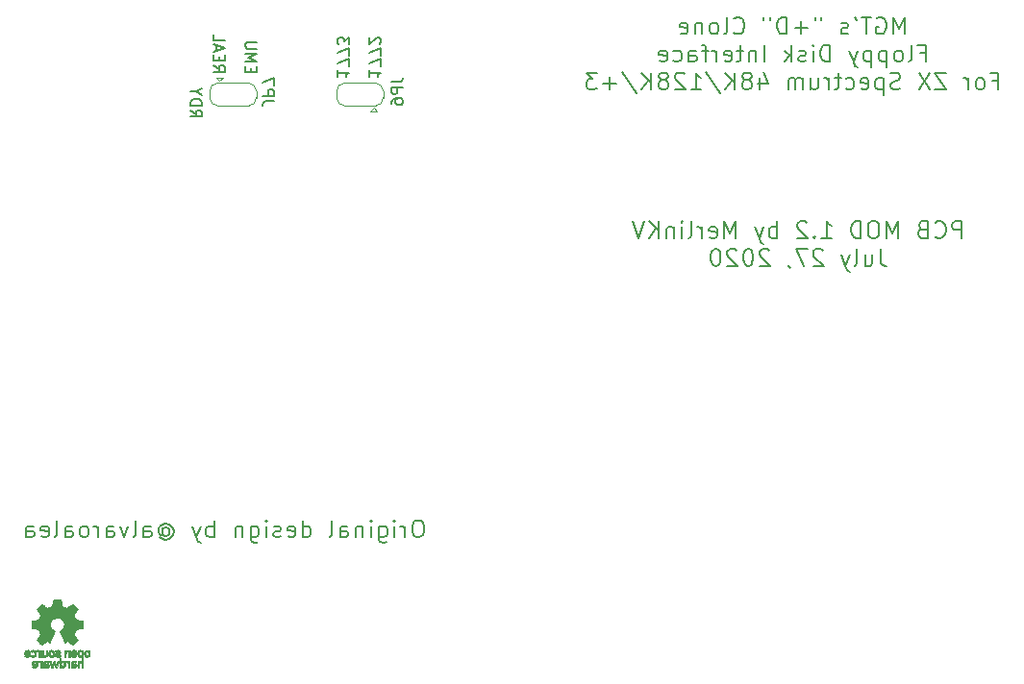
<source format=gbo>
G04 #@! TF.GenerationSoftware,KiCad,Pcbnew,(5.1.6)-1*
G04 #@! TF.CreationDate,2020-07-27T09:53:25+03:00*
G04 #@! TF.ProjectId,PlusD_Clone_MOD_1_2,506c7573-445f-4436-9c6f-6e655f4d4f44,rev?*
G04 #@! TF.SameCoordinates,Original*
G04 #@! TF.FileFunction,Legend,Bot*
G04 #@! TF.FilePolarity,Positive*
%FSLAX46Y46*%
G04 Gerber Fmt 4.6, Leading zero omitted, Abs format (unit mm)*
G04 Created by KiCad (PCBNEW (5.1.6)-1) date 2020-07-27 09:53:25*
%MOMM*%
%LPD*%
G01*
G04 APERTURE LIST*
%ADD10C,0.200000*%
%ADD11C,0.120000*%
%ADD12C,0.010000*%
%ADD13C,0.150000*%
G04 APERTURE END LIST*
D10*
X88701619Y-61833047D02*
X89177809Y-62166380D01*
X88701619Y-62404476D02*
X89701619Y-62404476D01*
X89701619Y-62023523D01*
X89654000Y-61928285D01*
X89606380Y-61880666D01*
X89511142Y-61833047D01*
X89368285Y-61833047D01*
X89273047Y-61880666D01*
X89225428Y-61928285D01*
X89177809Y-62023523D01*
X89177809Y-62404476D01*
X88701619Y-61404476D02*
X89701619Y-61404476D01*
X89701619Y-61166380D01*
X89654000Y-61023523D01*
X89558761Y-60928285D01*
X89463523Y-60880666D01*
X89273047Y-60833047D01*
X89130190Y-60833047D01*
X88939714Y-60880666D01*
X88844476Y-60928285D01*
X88749238Y-61023523D01*
X88701619Y-61166380D01*
X88701619Y-61404476D01*
X89177809Y-60214000D02*
X88701619Y-60214000D01*
X89701619Y-60547333D02*
X89177809Y-60214000D01*
X89701619Y-59880666D01*
X90733619Y-57872190D02*
X91209809Y-58205523D01*
X90733619Y-58443619D02*
X91733619Y-58443619D01*
X91733619Y-58062666D01*
X91686000Y-57967428D01*
X91638380Y-57919809D01*
X91543142Y-57872190D01*
X91400285Y-57872190D01*
X91305047Y-57919809D01*
X91257428Y-57967428D01*
X91209809Y-58062666D01*
X91209809Y-58443619D01*
X91257428Y-57443619D02*
X91257428Y-57110285D01*
X90733619Y-56967428D02*
X90733619Y-57443619D01*
X91733619Y-57443619D01*
X91733619Y-56967428D01*
X91019333Y-56586476D02*
X91019333Y-56110285D01*
X90733619Y-56681714D02*
X91733619Y-56348380D01*
X90733619Y-56015047D01*
X90733619Y-55205523D02*
X90733619Y-55681714D01*
X91733619Y-55681714D01*
X94051428Y-58459523D02*
X94051428Y-58126190D01*
X93527619Y-57983333D02*
X93527619Y-58459523D01*
X94527619Y-58459523D01*
X94527619Y-57983333D01*
X93527619Y-57554761D02*
X94527619Y-57554761D01*
X93813333Y-57221428D01*
X94527619Y-56888095D01*
X93527619Y-56888095D01*
X94527619Y-56411904D02*
X93718095Y-56411904D01*
X93622857Y-56364285D01*
X93575238Y-56316666D01*
X93527619Y-56221428D01*
X93527619Y-56030952D01*
X93575238Y-55935714D01*
X93622857Y-55888095D01*
X93718095Y-55840476D01*
X94527619Y-55840476D01*
X104449619Y-58292857D02*
X104449619Y-58864285D01*
X104449619Y-58578571D02*
X105449619Y-58578571D01*
X105306761Y-58673809D01*
X105211523Y-58769047D01*
X105163904Y-58864285D01*
X105449619Y-57959523D02*
X105449619Y-57292857D01*
X104449619Y-57721428D01*
X105449619Y-57007142D02*
X105449619Y-56340476D01*
X104449619Y-56769047D01*
X105354380Y-56007142D02*
X105402000Y-55959523D01*
X105449619Y-55864285D01*
X105449619Y-55626190D01*
X105402000Y-55530952D01*
X105354380Y-55483333D01*
X105259142Y-55435714D01*
X105163904Y-55435714D01*
X105021047Y-55483333D01*
X104449619Y-56054761D01*
X104449619Y-55435714D01*
X156632857Y-73113571D02*
X156632857Y-71613571D01*
X156061428Y-71613571D01*
X155918571Y-71685000D01*
X155847142Y-71756428D01*
X155775714Y-71899285D01*
X155775714Y-72113571D01*
X155847142Y-72256428D01*
X155918571Y-72327857D01*
X156061428Y-72399285D01*
X156632857Y-72399285D01*
X154275714Y-72970714D02*
X154347142Y-73042142D01*
X154561428Y-73113571D01*
X154704285Y-73113571D01*
X154918571Y-73042142D01*
X155061428Y-72899285D01*
X155132857Y-72756428D01*
X155204285Y-72470714D01*
X155204285Y-72256428D01*
X155132857Y-71970714D01*
X155061428Y-71827857D01*
X154918571Y-71685000D01*
X154704285Y-71613571D01*
X154561428Y-71613571D01*
X154347142Y-71685000D01*
X154275714Y-71756428D01*
X153132857Y-72327857D02*
X152918571Y-72399285D01*
X152847142Y-72470714D01*
X152775714Y-72613571D01*
X152775714Y-72827857D01*
X152847142Y-72970714D01*
X152918571Y-73042142D01*
X153061428Y-73113571D01*
X153632857Y-73113571D01*
X153632857Y-71613571D01*
X153132857Y-71613571D01*
X152990000Y-71685000D01*
X152918571Y-71756428D01*
X152847142Y-71899285D01*
X152847142Y-72042142D01*
X152918571Y-72185000D01*
X152990000Y-72256428D01*
X153132857Y-72327857D01*
X153632857Y-72327857D01*
X150990000Y-73113571D02*
X150990000Y-71613571D01*
X150490000Y-72685000D01*
X149990000Y-71613571D01*
X149990000Y-73113571D01*
X148990000Y-71613571D02*
X148704285Y-71613571D01*
X148561428Y-71685000D01*
X148418571Y-71827857D01*
X148347142Y-72113571D01*
X148347142Y-72613571D01*
X148418571Y-72899285D01*
X148561428Y-73042142D01*
X148704285Y-73113571D01*
X148990000Y-73113571D01*
X149132857Y-73042142D01*
X149275714Y-72899285D01*
X149347142Y-72613571D01*
X149347142Y-72113571D01*
X149275714Y-71827857D01*
X149132857Y-71685000D01*
X148990000Y-71613571D01*
X147704285Y-73113571D02*
X147704285Y-71613571D01*
X147347142Y-71613571D01*
X147132857Y-71685000D01*
X146990000Y-71827857D01*
X146918571Y-71970714D01*
X146847142Y-72256428D01*
X146847142Y-72470714D01*
X146918571Y-72756428D01*
X146990000Y-72899285D01*
X147132857Y-73042142D01*
X147347142Y-73113571D01*
X147704285Y-73113571D01*
X144275714Y-73113571D02*
X145132857Y-73113571D01*
X144704285Y-73113571D02*
X144704285Y-71613571D01*
X144847142Y-71827857D01*
X144990000Y-71970714D01*
X145132857Y-72042142D01*
X143632857Y-72970714D02*
X143561428Y-73042142D01*
X143632857Y-73113571D01*
X143704285Y-73042142D01*
X143632857Y-72970714D01*
X143632857Y-73113571D01*
X142990000Y-71756428D02*
X142918571Y-71685000D01*
X142775714Y-71613571D01*
X142418571Y-71613571D01*
X142275714Y-71685000D01*
X142204285Y-71756428D01*
X142132857Y-71899285D01*
X142132857Y-72042142D01*
X142204285Y-72256428D01*
X143061428Y-73113571D01*
X142132857Y-73113571D01*
X140347142Y-73113571D02*
X140347142Y-71613571D01*
X140347142Y-72185000D02*
X140204285Y-72113571D01*
X139918571Y-72113571D01*
X139775714Y-72185000D01*
X139704285Y-72256428D01*
X139632857Y-72399285D01*
X139632857Y-72827857D01*
X139704285Y-72970714D01*
X139775714Y-73042142D01*
X139918571Y-73113571D01*
X140204285Y-73113571D01*
X140347142Y-73042142D01*
X139132857Y-72113571D02*
X138775714Y-73113571D01*
X138418571Y-72113571D02*
X138775714Y-73113571D01*
X138918571Y-73470714D01*
X138990000Y-73542142D01*
X139132857Y-73613571D01*
X136704285Y-73113571D02*
X136704285Y-71613571D01*
X136204285Y-72685000D01*
X135704285Y-71613571D01*
X135704285Y-73113571D01*
X134418571Y-73042142D02*
X134561428Y-73113571D01*
X134847142Y-73113571D01*
X134990000Y-73042142D01*
X135061428Y-72899285D01*
X135061428Y-72327857D01*
X134990000Y-72185000D01*
X134847142Y-72113571D01*
X134561428Y-72113571D01*
X134418571Y-72185000D01*
X134347142Y-72327857D01*
X134347142Y-72470714D01*
X135061428Y-72613571D01*
X133704285Y-73113571D02*
X133704285Y-72113571D01*
X133704285Y-72399285D02*
X133632857Y-72256428D01*
X133561428Y-72185000D01*
X133418571Y-72113571D01*
X133275714Y-72113571D01*
X132561428Y-73113571D02*
X132704285Y-73042142D01*
X132775714Y-72899285D01*
X132775714Y-71613571D01*
X131990000Y-73113571D02*
X131990000Y-72113571D01*
X131990000Y-71613571D02*
X132061428Y-71685000D01*
X131990000Y-71756428D01*
X131918571Y-71685000D01*
X131990000Y-71613571D01*
X131990000Y-71756428D01*
X131275714Y-72113571D02*
X131275714Y-73113571D01*
X131275714Y-72256428D02*
X131204285Y-72185000D01*
X131061428Y-72113571D01*
X130847142Y-72113571D01*
X130704285Y-72185000D01*
X130632857Y-72327857D01*
X130632857Y-73113571D01*
X129918571Y-73113571D02*
X129918571Y-71613571D01*
X129061428Y-73113571D02*
X129704285Y-72256428D01*
X129061428Y-71613571D02*
X129918571Y-72470714D01*
X128632857Y-71613571D02*
X128132857Y-73113571D01*
X127632857Y-71613571D01*
X149454285Y-74063571D02*
X149454285Y-75135000D01*
X149525714Y-75349285D01*
X149668571Y-75492142D01*
X149882857Y-75563571D01*
X150025714Y-75563571D01*
X148097142Y-74563571D02*
X148097142Y-75563571D01*
X148740000Y-74563571D02*
X148740000Y-75349285D01*
X148668571Y-75492142D01*
X148525714Y-75563571D01*
X148311428Y-75563571D01*
X148168571Y-75492142D01*
X148097142Y-75420714D01*
X147168571Y-75563571D02*
X147311428Y-75492142D01*
X147382857Y-75349285D01*
X147382857Y-74063571D01*
X146740000Y-74563571D02*
X146382857Y-75563571D01*
X146025714Y-74563571D02*
X146382857Y-75563571D01*
X146525714Y-75920714D01*
X146597142Y-75992142D01*
X146740000Y-76063571D01*
X144382857Y-74206428D02*
X144311428Y-74135000D01*
X144168571Y-74063571D01*
X143811428Y-74063571D01*
X143668571Y-74135000D01*
X143597142Y-74206428D01*
X143525714Y-74349285D01*
X143525714Y-74492142D01*
X143597142Y-74706428D01*
X144454285Y-75563571D01*
X143525714Y-75563571D01*
X143025714Y-74063571D02*
X142025714Y-74063571D01*
X142668571Y-75563571D01*
X141382857Y-75492142D02*
X141382857Y-75563571D01*
X141454285Y-75706428D01*
X141525714Y-75777857D01*
X139668571Y-74206428D02*
X139597142Y-74135000D01*
X139454285Y-74063571D01*
X139097142Y-74063571D01*
X138954285Y-74135000D01*
X138882857Y-74206428D01*
X138811428Y-74349285D01*
X138811428Y-74492142D01*
X138882857Y-74706428D01*
X139740000Y-75563571D01*
X138811428Y-75563571D01*
X137882857Y-74063571D02*
X137740000Y-74063571D01*
X137597142Y-74135000D01*
X137525714Y-74206428D01*
X137454285Y-74349285D01*
X137382857Y-74635000D01*
X137382857Y-74992142D01*
X137454285Y-75277857D01*
X137525714Y-75420714D01*
X137597142Y-75492142D01*
X137740000Y-75563571D01*
X137882857Y-75563571D01*
X138025714Y-75492142D01*
X138097142Y-75420714D01*
X138168571Y-75277857D01*
X138240000Y-74992142D01*
X138240000Y-74635000D01*
X138168571Y-74349285D01*
X138097142Y-74206428D01*
X138025714Y-74135000D01*
X137882857Y-74063571D01*
X136811428Y-74206428D02*
X136740000Y-74135000D01*
X136597142Y-74063571D01*
X136240000Y-74063571D01*
X136097142Y-74135000D01*
X136025714Y-74206428D01*
X135954285Y-74349285D01*
X135954285Y-74492142D01*
X136025714Y-74706428D01*
X136882857Y-75563571D01*
X135954285Y-75563571D01*
X135025714Y-74063571D02*
X134882857Y-74063571D01*
X134740000Y-74135000D01*
X134668571Y-74206428D01*
X134597142Y-74349285D01*
X134525714Y-74635000D01*
X134525714Y-74992142D01*
X134597142Y-75277857D01*
X134668571Y-75420714D01*
X134740000Y-75492142D01*
X134882857Y-75563571D01*
X135025714Y-75563571D01*
X135168571Y-75492142D01*
X135240000Y-75420714D01*
X135311428Y-75277857D01*
X135382857Y-74992142D01*
X135382857Y-74635000D01*
X135311428Y-74349285D01*
X135240000Y-74206428D01*
X135168571Y-74135000D01*
X135025714Y-74063571D01*
X101655619Y-58292857D02*
X101655619Y-58864285D01*
X101655619Y-58578571D02*
X102655619Y-58578571D01*
X102512761Y-58673809D01*
X102417523Y-58769047D01*
X102369904Y-58864285D01*
X102655619Y-57959523D02*
X102655619Y-57292857D01*
X101655619Y-57721428D01*
X102655619Y-57007142D02*
X102655619Y-56340476D01*
X101655619Y-56769047D01*
X102655619Y-56054761D02*
X102655619Y-55435714D01*
X102274666Y-55769047D01*
X102274666Y-55626190D01*
X102227047Y-55530952D01*
X102179428Y-55483333D01*
X102084190Y-55435714D01*
X101846095Y-55435714D01*
X101750857Y-55483333D01*
X101703238Y-55530952D01*
X101655619Y-55626190D01*
X101655619Y-55911904D01*
X101703238Y-56007142D01*
X101750857Y-56054761D01*
X108872571Y-97984571D02*
X108586857Y-97984571D01*
X108444000Y-98056000D01*
X108301142Y-98198857D01*
X108229714Y-98484571D01*
X108229714Y-98984571D01*
X108301142Y-99270285D01*
X108444000Y-99413142D01*
X108586857Y-99484571D01*
X108872571Y-99484571D01*
X109015428Y-99413142D01*
X109158285Y-99270285D01*
X109229714Y-98984571D01*
X109229714Y-98484571D01*
X109158285Y-98198857D01*
X109015428Y-98056000D01*
X108872571Y-97984571D01*
X107586857Y-99484571D02*
X107586857Y-98484571D01*
X107586857Y-98770285D02*
X107515428Y-98627428D01*
X107444000Y-98556000D01*
X107301142Y-98484571D01*
X107158285Y-98484571D01*
X106658285Y-99484571D02*
X106658285Y-98484571D01*
X106658285Y-97984571D02*
X106729714Y-98056000D01*
X106658285Y-98127428D01*
X106586857Y-98056000D01*
X106658285Y-97984571D01*
X106658285Y-98127428D01*
X105301142Y-98484571D02*
X105301142Y-99698857D01*
X105372571Y-99841714D01*
X105444000Y-99913142D01*
X105586857Y-99984571D01*
X105801142Y-99984571D01*
X105944000Y-99913142D01*
X105301142Y-99413142D02*
X105444000Y-99484571D01*
X105729714Y-99484571D01*
X105872571Y-99413142D01*
X105944000Y-99341714D01*
X106015428Y-99198857D01*
X106015428Y-98770285D01*
X105944000Y-98627428D01*
X105872571Y-98556000D01*
X105729714Y-98484571D01*
X105444000Y-98484571D01*
X105301142Y-98556000D01*
X104586857Y-99484571D02*
X104586857Y-98484571D01*
X104586857Y-97984571D02*
X104658285Y-98056000D01*
X104586857Y-98127428D01*
X104515428Y-98056000D01*
X104586857Y-97984571D01*
X104586857Y-98127428D01*
X103872571Y-98484571D02*
X103872571Y-99484571D01*
X103872571Y-98627428D02*
X103801142Y-98556000D01*
X103658285Y-98484571D01*
X103444000Y-98484571D01*
X103301142Y-98556000D01*
X103229714Y-98698857D01*
X103229714Y-99484571D01*
X101872571Y-99484571D02*
X101872571Y-98698857D01*
X101944000Y-98556000D01*
X102086857Y-98484571D01*
X102372571Y-98484571D01*
X102515428Y-98556000D01*
X101872571Y-99413142D02*
X102015428Y-99484571D01*
X102372571Y-99484571D01*
X102515428Y-99413142D01*
X102586857Y-99270285D01*
X102586857Y-99127428D01*
X102515428Y-98984571D01*
X102372571Y-98913142D01*
X102015428Y-98913142D01*
X101872571Y-98841714D01*
X100944000Y-99484571D02*
X101086857Y-99413142D01*
X101158285Y-99270285D01*
X101158285Y-97984571D01*
X98586857Y-99484571D02*
X98586857Y-97984571D01*
X98586857Y-99413142D02*
X98729714Y-99484571D01*
X99015428Y-99484571D01*
X99158285Y-99413142D01*
X99229714Y-99341714D01*
X99301142Y-99198857D01*
X99301142Y-98770285D01*
X99229714Y-98627428D01*
X99158285Y-98556000D01*
X99015428Y-98484571D01*
X98729714Y-98484571D01*
X98586857Y-98556000D01*
X97301142Y-99413142D02*
X97444000Y-99484571D01*
X97729714Y-99484571D01*
X97872571Y-99413142D01*
X97944000Y-99270285D01*
X97944000Y-98698857D01*
X97872571Y-98556000D01*
X97729714Y-98484571D01*
X97444000Y-98484571D01*
X97301142Y-98556000D01*
X97229714Y-98698857D01*
X97229714Y-98841714D01*
X97944000Y-98984571D01*
X96658285Y-99413142D02*
X96515428Y-99484571D01*
X96229714Y-99484571D01*
X96086857Y-99413142D01*
X96015428Y-99270285D01*
X96015428Y-99198857D01*
X96086857Y-99056000D01*
X96229714Y-98984571D01*
X96444000Y-98984571D01*
X96586857Y-98913142D01*
X96658285Y-98770285D01*
X96658285Y-98698857D01*
X96586857Y-98556000D01*
X96444000Y-98484571D01*
X96229714Y-98484571D01*
X96086857Y-98556000D01*
X95372571Y-99484571D02*
X95372571Y-98484571D01*
X95372571Y-97984571D02*
X95444000Y-98056000D01*
X95372571Y-98127428D01*
X95301142Y-98056000D01*
X95372571Y-97984571D01*
X95372571Y-98127428D01*
X94015428Y-98484571D02*
X94015428Y-99698857D01*
X94086857Y-99841714D01*
X94158285Y-99913142D01*
X94301142Y-99984571D01*
X94515428Y-99984571D01*
X94658285Y-99913142D01*
X94015428Y-99413142D02*
X94158285Y-99484571D01*
X94444000Y-99484571D01*
X94586857Y-99413142D01*
X94658285Y-99341714D01*
X94729714Y-99198857D01*
X94729714Y-98770285D01*
X94658285Y-98627428D01*
X94586857Y-98556000D01*
X94444000Y-98484571D01*
X94158285Y-98484571D01*
X94015428Y-98556000D01*
X93301142Y-98484571D02*
X93301142Y-99484571D01*
X93301142Y-98627428D02*
X93229714Y-98556000D01*
X93086857Y-98484571D01*
X92872571Y-98484571D01*
X92729714Y-98556000D01*
X92658285Y-98698857D01*
X92658285Y-99484571D01*
X90801142Y-99484571D02*
X90801142Y-97984571D01*
X90801142Y-98556000D02*
X90658285Y-98484571D01*
X90372571Y-98484571D01*
X90229714Y-98556000D01*
X90158285Y-98627428D01*
X90086857Y-98770285D01*
X90086857Y-99198857D01*
X90158285Y-99341714D01*
X90229714Y-99413142D01*
X90372571Y-99484571D01*
X90658285Y-99484571D01*
X90801142Y-99413142D01*
X89586857Y-98484571D02*
X89229714Y-99484571D01*
X88872571Y-98484571D02*
X89229714Y-99484571D01*
X89372571Y-99841714D01*
X89444000Y-99913142D01*
X89586857Y-99984571D01*
X86229714Y-98770285D02*
X86301142Y-98698857D01*
X86444000Y-98627428D01*
X86586857Y-98627428D01*
X86729714Y-98698857D01*
X86801142Y-98770285D01*
X86872571Y-98913142D01*
X86872571Y-99056000D01*
X86801142Y-99198857D01*
X86729714Y-99270285D01*
X86586857Y-99341714D01*
X86444000Y-99341714D01*
X86301142Y-99270285D01*
X86229714Y-99198857D01*
X86229714Y-98627428D02*
X86229714Y-99198857D01*
X86158285Y-99270285D01*
X86086857Y-99270285D01*
X85944000Y-99198857D01*
X85872571Y-99056000D01*
X85872571Y-98698857D01*
X86015428Y-98484571D01*
X86229714Y-98341714D01*
X86515428Y-98270285D01*
X86801142Y-98341714D01*
X87015428Y-98484571D01*
X87158285Y-98698857D01*
X87229714Y-98984571D01*
X87158285Y-99270285D01*
X87015428Y-99484571D01*
X86801142Y-99627428D01*
X86515428Y-99698857D01*
X86229714Y-99627428D01*
X86015428Y-99484571D01*
X84586857Y-99484571D02*
X84586857Y-98698857D01*
X84658285Y-98556000D01*
X84801142Y-98484571D01*
X85086857Y-98484571D01*
X85229714Y-98556000D01*
X84586857Y-99413142D02*
X84729714Y-99484571D01*
X85086857Y-99484571D01*
X85229714Y-99413142D01*
X85301142Y-99270285D01*
X85301142Y-99127428D01*
X85229714Y-98984571D01*
X85086857Y-98913142D01*
X84729714Y-98913142D01*
X84586857Y-98841714D01*
X83658285Y-99484571D02*
X83801142Y-99413142D01*
X83872571Y-99270285D01*
X83872571Y-97984571D01*
X83229714Y-98484571D02*
X82872571Y-99484571D01*
X82515428Y-98484571D01*
X81301142Y-99484571D02*
X81301142Y-98698857D01*
X81372571Y-98556000D01*
X81515428Y-98484571D01*
X81801142Y-98484571D01*
X81944000Y-98556000D01*
X81301142Y-99413142D02*
X81444000Y-99484571D01*
X81801142Y-99484571D01*
X81944000Y-99413142D01*
X82015428Y-99270285D01*
X82015428Y-99127428D01*
X81944000Y-98984571D01*
X81801142Y-98913142D01*
X81444000Y-98913142D01*
X81301142Y-98841714D01*
X80586857Y-99484571D02*
X80586857Y-98484571D01*
X80586857Y-98770285D02*
X80515428Y-98627428D01*
X80444000Y-98556000D01*
X80301142Y-98484571D01*
X80158285Y-98484571D01*
X79444000Y-99484571D02*
X79586857Y-99413142D01*
X79658285Y-99341714D01*
X79729714Y-99198857D01*
X79729714Y-98770285D01*
X79658285Y-98627428D01*
X79586857Y-98556000D01*
X79444000Y-98484571D01*
X79229714Y-98484571D01*
X79086857Y-98556000D01*
X79015428Y-98627428D01*
X78944000Y-98770285D01*
X78944000Y-99198857D01*
X79015428Y-99341714D01*
X79086857Y-99413142D01*
X79229714Y-99484571D01*
X79444000Y-99484571D01*
X77658285Y-99484571D02*
X77658285Y-98698857D01*
X77729714Y-98556000D01*
X77872571Y-98484571D01*
X78158285Y-98484571D01*
X78301142Y-98556000D01*
X77658285Y-99413142D02*
X77801142Y-99484571D01*
X78158285Y-99484571D01*
X78301142Y-99413142D01*
X78372571Y-99270285D01*
X78372571Y-99127428D01*
X78301142Y-98984571D01*
X78158285Y-98913142D01*
X77801142Y-98913142D01*
X77658285Y-98841714D01*
X76729714Y-99484571D02*
X76872571Y-99413142D01*
X76944000Y-99270285D01*
X76944000Y-97984571D01*
X75586857Y-99413142D02*
X75729714Y-99484571D01*
X76015428Y-99484571D01*
X76158285Y-99413142D01*
X76229714Y-99270285D01*
X76229714Y-98698857D01*
X76158285Y-98556000D01*
X76015428Y-98484571D01*
X75729714Y-98484571D01*
X75586857Y-98556000D01*
X75515428Y-98698857D01*
X75515428Y-98841714D01*
X76229714Y-98984571D01*
X74229714Y-99484571D02*
X74229714Y-98698857D01*
X74301142Y-98556000D01*
X74444000Y-98484571D01*
X74729714Y-98484571D01*
X74872571Y-98556000D01*
X74229714Y-99413142D02*
X74372571Y-99484571D01*
X74729714Y-99484571D01*
X74872571Y-99413142D01*
X74944000Y-99270285D01*
X74944000Y-99127428D01*
X74872571Y-98984571D01*
X74729714Y-98913142D01*
X74372571Y-98913142D01*
X74229714Y-98841714D01*
X151624857Y-55124571D02*
X151624857Y-53624571D01*
X151124857Y-54696000D01*
X150624857Y-53624571D01*
X150624857Y-55124571D01*
X149124857Y-53696000D02*
X149267714Y-53624571D01*
X149482000Y-53624571D01*
X149696285Y-53696000D01*
X149839142Y-53838857D01*
X149910571Y-53981714D01*
X149982000Y-54267428D01*
X149982000Y-54481714D01*
X149910571Y-54767428D01*
X149839142Y-54910285D01*
X149696285Y-55053142D01*
X149482000Y-55124571D01*
X149339142Y-55124571D01*
X149124857Y-55053142D01*
X149053428Y-54981714D01*
X149053428Y-54481714D01*
X149339142Y-54481714D01*
X148624857Y-53624571D02*
X147767714Y-53624571D01*
X148196285Y-55124571D02*
X148196285Y-53624571D01*
X147196285Y-53624571D02*
X147339142Y-53910285D01*
X146624857Y-55053142D02*
X146482000Y-55124571D01*
X146196285Y-55124571D01*
X146053428Y-55053142D01*
X145982000Y-54910285D01*
X145982000Y-54838857D01*
X146053428Y-54696000D01*
X146196285Y-54624571D01*
X146410571Y-54624571D01*
X146553428Y-54553142D01*
X146624857Y-54410285D01*
X146624857Y-54338857D01*
X146553428Y-54196000D01*
X146410571Y-54124571D01*
X146196285Y-54124571D01*
X146053428Y-54196000D01*
X144267714Y-53624571D02*
X144267714Y-53910285D01*
X143696285Y-53624571D02*
X143696285Y-53910285D01*
X143053428Y-54553142D02*
X141910571Y-54553142D01*
X142482000Y-55124571D02*
X142482000Y-53981714D01*
X141196285Y-55124571D02*
X141196285Y-53624571D01*
X140839142Y-53624571D01*
X140624857Y-53696000D01*
X140482000Y-53838857D01*
X140410571Y-53981714D01*
X140339142Y-54267428D01*
X140339142Y-54481714D01*
X140410571Y-54767428D01*
X140482000Y-54910285D01*
X140624857Y-55053142D01*
X140839142Y-55124571D01*
X141196285Y-55124571D01*
X139767714Y-53624571D02*
X139767714Y-53910285D01*
X139196285Y-53624571D02*
X139196285Y-53910285D01*
X136553428Y-54981714D02*
X136624857Y-55053142D01*
X136839142Y-55124571D01*
X136982000Y-55124571D01*
X137196285Y-55053142D01*
X137339142Y-54910285D01*
X137410571Y-54767428D01*
X137482000Y-54481714D01*
X137482000Y-54267428D01*
X137410571Y-53981714D01*
X137339142Y-53838857D01*
X137196285Y-53696000D01*
X136982000Y-53624571D01*
X136839142Y-53624571D01*
X136624857Y-53696000D01*
X136553428Y-53767428D01*
X135696285Y-55124571D02*
X135839142Y-55053142D01*
X135910571Y-54910285D01*
X135910571Y-53624571D01*
X134910571Y-55124571D02*
X135053428Y-55053142D01*
X135124857Y-54981714D01*
X135196285Y-54838857D01*
X135196285Y-54410285D01*
X135124857Y-54267428D01*
X135053428Y-54196000D01*
X134910571Y-54124571D01*
X134696285Y-54124571D01*
X134553428Y-54196000D01*
X134482000Y-54267428D01*
X134410571Y-54410285D01*
X134410571Y-54838857D01*
X134482000Y-54981714D01*
X134553428Y-55053142D01*
X134696285Y-55124571D01*
X134910571Y-55124571D01*
X133767714Y-54124571D02*
X133767714Y-55124571D01*
X133767714Y-54267428D02*
X133696285Y-54196000D01*
X133553428Y-54124571D01*
X133339142Y-54124571D01*
X133196285Y-54196000D01*
X133124857Y-54338857D01*
X133124857Y-55124571D01*
X131839142Y-55053142D02*
X131982000Y-55124571D01*
X132267714Y-55124571D01*
X132410571Y-55053142D01*
X132482000Y-54910285D01*
X132482000Y-54338857D01*
X132410571Y-54196000D01*
X132267714Y-54124571D01*
X131982000Y-54124571D01*
X131839142Y-54196000D01*
X131767714Y-54338857D01*
X131767714Y-54481714D01*
X132482000Y-54624571D01*
X152946285Y-56788857D02*
X153446285Y-56788857D01*
X153446285Y-57574571D02*
X153446285Y-56074571D01*
X152732000Y-56074571D01*
X151946285Y-57574571D02*
X152089142Y-57503142D01*
X152160571Y-57360285D01*
X152160571Y-56074571D01*
X151160571Y-57574571D02*
X151303428Y-57503142D01*
X151374857Y-57431714D01*
X151446285Y-57288857D01*
X151446285Y-56860285D01*
X151374857Y-56717428D01*
X151303428Y-56646000D01*
X151160571Y-56574571D01*
X150946285Y-56574571D01*
X150803428Y-56646000D01*
X150732000Y-56717428D01*
X150660571Y-56860285D01*
X150660571Y-57288857D01*
X150732000Y-57431714D01*
X150803428Y-57503142D01*
X150946285Y-57574571D01*
X151160571Y-57574571D01*
X150017714Y-56574571D02*
X150017714Y-58074571D01*
X150017714Y-56646000D02*
X149874857Y-56574571D01*
X149589142Y-56574571D01*
X149446285Y-56646000D01*
X149374857Y-56717428D01*
X149303428Y-56860285D01*
X149303428Y-57288857D01*
X149374857Y-57431714D01*
X149446285Y-57503142D01*
X149589142Y-57574571D01*
X149874857Y-57574571D01*
X150017714Y-57503142D01*
X148660571Y-56574571D02*
X148660571Y-58074571D01*
X148660571Y-56646000D02*
X148517714Y-56574571D01*
X148232000Y-56574571D01*
X148089142Y-56646000D01*
X148017714Y-56717428D01*
X147946285Y-56860285D01*
X147946285Y-57288857D01*
X148017714Y-57431714D01*
X148089142Y-57503142D01*
X148232000Y-57574571D01*
X148517714Y-57574571D01*
X148660571Y-57503142D01*
X147446285Y-56574571D02*
X147089142Y-57574571D01*
X146732000Y-56574571D02*
X147089142Y-57574571D01*
X147232000Y-57931714D01*
X147303428Y-58003142D01*
X147446285Y-58074571D01*
X145017714Y-57574571D02*
X145017714Y-56074571D01*
X144660571Y-56074571D01*
X144446285Y-56146000D01*
X144303428Y-56288857D01*
X144232000Y-56431714D01*
X144160571Y-56717428D01*
X144160571Y-56931714D01*
X144232000Y-57217428D01*
X144303428Y-57360285D01*
X144446285Y-57503142D01*
X144660571Y-57574571D01*
X145017714Y-57574571D01*
X143517714Y-57574571D02*
X143517714Y-56574571D01*
X143517714Y-56074571D02*
X143589142Y-56146000D01*
X143517714Y-56217428D01*
X143446285Y-56146000D01*
X143517714Y-56074571D01*
X143517714Y-56217428D01*
X142874857Y-57503142D02*
X142732000Y-57574571D01*
X142446285Y-57574571D01*
X142303428Y-57503142D01*
X142232000Y-57360285D01*
X142232000Y-57288857D01*
X142303428Y-57146000D01*
X142446285Y-57074571D01*
X142660571Y-57074571D01*
X142803428Y-57003142D01*
X142874857Y-56860285D01*
X142874857Y-56788857D01*
X142803428Y-56646000D01*
X142660571Y-56574571D01*
X142446285Y-56574571D01*
X142303428Y-56646000D01*
X141589142Y-57574571D02*
X141589142Y-56074571D01*
X141446285Y-57003142D02*
X141017714Y-57574571D01*
X141017714Y-56574571D02*
X141589142Y-57146000D01*
X139232000Y-57574571D02*
X139232000Y-56074571D01*
X138517714Y-56574571D02*
X138517714Y-57574571D01*
X138517714Y-56717428D02*
X138446285Y-56646000D01*
X138303428Y-56574571D01*
X138089142Y-56574571D01*
X137946285Y-56646000D01*
X137874857Y-56788857D01*
X137874857Y-57574571D01*
X137374857Y-56574571D02*
X136803428Y-56574571D01*
X137160571Y-56074571D02*
X137160571Y-57360285D01*
X137089142Y-57503142D01*
X136946285Y-57574571D01*
X136803428Y-57574571D01*
X135732000Y-57503142D02*
X135874857Y-57574571D01*
X136160571Y-57574571D01*
X136303428Y-57503142D01*
X136374857Y-57360285D01*
X136374857Y-56788857D01*
X136303428Y-56646000D01*
X136160571Y-56574571D01*
X135874857Y-56574571D01*
X135732000Y-56646000D01*
X135660571Y-56788857D01*
X135660571Y-56931714D01*
X136374857Y-57074571D01*
X135017714Y-57574571D02*
X135017714Y-56574571D01*
X135017714Y-56860285D02*
X134946285Y-56717428D01*
X134874857Y-56646000D01*
X134732000Y-56574571D01*
X134589142Y-56574571D01*
X134303428Y-56574571D02*
X133732000Y-56574571D01*
X134089142Y-57574571D02*
X134089142Y-56288857D01*
X134017714Y-56146000D01*
X133874857Y-56074571D01*
X133732000Y-56074571D01*
X132589142Y-57574571D02*
X132589142Y-56788857D01*
X132660571Y-56646000D01*
X132803428Y-56574571D01*
X133089142Y-56574571D01*
X133232000Y-56646000D01*
X132589142Y-57503142D02*
X132732000Y-57574571D01*
X133089142Y-57574571D01*
X133232000Y-57503142D01*
X133303428Y-57360285D01*
X133303428Y-57217428D01*
X133232000Y-57074571D01*
X133089142Y-57003142D01*
X132732000Y-57003142D01*
X132589142Y-56931714D01*
X131232000Y-57503142D02*
X131374857Y-57574571D01*
X131660571Y-57574571D01*
X131803428Y-57503142D01*
X131874857Y-57431714D01*
X131946285Y-57288857D01*
X131946285Y-56860285D01*
X131874857Y-56717428D01*
X131803428Y-56646000D01*
X131660571Y-56574571D01*
X131374857Y-56574571D01*
X131232000Y-56646000D01*
X130017714Y-57503142D02*
X130160571Y-57574571D01*
X130446285Y-57574571D01*
X130589142Y-57503142D01*
X130660571Y-57360285D01*
X130660571Y-56788857D01*
X130589142Y-56646000D01*
X130446285Y-56574571D01*
X130160571Y-56574571D01*
X130017714Y-56646000D01*
X129946285Y-56788857D01*
X129946285Y-56931714D01*
X130660571Y-57074571D01*
X159339142Y-59238857D02*
X159839142Y-59238857D01*
X159839142Y-60024571D02*
X159839142Y-58524571D01*
X159124857Y-58524571D01*
X158339142Y-60024571D02*
X158482000Y-59953142D01*
X158553428Y-59881714D01*
X158624857Y-59738857D01*
X158624857Y-59310285D01*
X158553428Y-59167428D01*
X158482000Y-59096000D01*
X158339142Y-59024571D01*
X158124857Y-59024571D01*
X157982000Y-59096000D01*
X157910571Y-59167428D01*
X157839142Y-59310285D01*
X157839142Y-59738857D01*
X157910571Y-59881714D01*
X157982000Y-59953142D01*
X158124857Y-60024571D01*
X158339142Y-60024571D01*
X157196285Y-60024571D02*
X157196285Y-59024571D01*
X157196285Y-59310285D02*
X157124857Y-59167428D01*
X157053428Y-59096000D01*
X156910571Y-59024571D01*
X156767714Y-59024571D01*
X155267714Y-58524571D02*
X154267714Y-58524571D01*
X155267714Y-60024571D01*
X154267714Y-60024571D01*
X153839142Y-58524571D02*
X152839142Y-60024571D01*
X152839142Y-58524571D02*
X153839142Y-60024571D01*
X151196285Y-59953142D02*
X150982000Y-60024571D01*
X150624857Y-60024571D01*
X150482000Y-59953142D01*
X150410571Y-59881714D01*
X150339142Y-59738857D01*
X150339142Y-59596000D01*
X150410571Y-59453142D01*
X150482000Y-59381714D01*
X150624857Y-59310285D01*
X150910571Y-59238857D01*
X151053428Y-59167428D01*
X151124857Y-59096000D01*
X151196285Y-58953142D01*
X151196285Y-58810285D01*
X151124857Y-58667428D01*
X151053428Y-58596000D01*
X150910571Y-58524571D01*
X150553428Y-58524571D01*
X150339142Y-58596000D01*
X149696285Y-59024571D02*
X149696285Y-60524571D01*
X149696285Y-59096000D02*
X149553428Y-59024571D01*
X149267714Y-59024571D01*
X149124857Y-59096000D01*
X149053428Y-59167428D01*
X148982000Y-59310285D01*
X148982000Y-59738857D01*
X149053428Y-59881714D01*
X149124857Y-59953142D01*
X149267714Y-60024571D01*
X149553428Y-60024571D01*
X149696285Y-59953142D01*
X147767714Y-59953142D02*
X147910571Y-60024571D01*
X148196285Y-60024571D01*
X148339142Y-59953142D01*
X148410571Y-59810285D01*
X148410571Y-59238857D01*
X148339142Y-59096000D01*
X148196285Y-59024571D01*
X147910571Y-59024571D01*
X147767714Y-59096000D01*
X147696285Y-59238857D01*
X147696285Y-59381714D01*
X148410571Y-59524571D01*
X146410571Y-59953142D02*
X146553428Y-60024571D01*
X146839142Y-60024571D01*
X146982000Y-59953142D01*
X147053428Y-59881714D01*
X147124857Y-59738857D01*
X147124857Y-59310285D01*
X147053428Y-59167428D01*
X146982000Y-59096000D01*
X146839142Y-59024571D01*
X146553428Y-59024571D01*
X146410571Y-59096000D01*
X145982000Y-59024571D02*
X145410571Y-59024571D01*
X145767714Y-58524571D02*
X145767714Y-59810285D01*
X145696285Y-59953142D01*
X145553428Y-60024571D01*
X145410571Y-60024571D01*
X144910571Y-60024571D02*
X144910571Y-59024571D01*
X144910571Y-59310285D02*
X144839142Y-59167428D01*
X144767714Y-59096000D01*
X144624857Y-59024571D01*
X144482000Y-59024571D01*
X143339142Y-59024571D02*
X143339142Y-60024571D01*
X143982000Y-59024571D02*
X143982000Y-59810285D01*
X143910571Y-59953142D01*
X143767714Y-60024571D01*
X143553428Y-60024571D01*
X143410571Y-59953142D01*
X143339142Y-59881714D01*
X142624857Y-60024571D02*
X142624857Y-59024571D01*
X142624857Y-59167428D02*
X142553428Y-59096000D01*
X142410571Y-59024571D01*
X142196285Y-59024571D01*
X142053428Y-59096000D01*
X141982000Y-59238857D01*
X141982000Y-60024571D01*
X141982000Y-59238857D02*
X141910571Y-59096000D01*
X141767714Y-59024571D01*
X141553428Y-59024571D01*
X141410571Y-59096000D01*
X141339142Y-59238857D01*
X141339142Y-60024571D01*
X138839142Y-59024571D02*
X138839142Y-60024571D01*
X139196285Y-58453142D02*
X139553428Y-59524571D01*
X138624857Y-59524571D01*
X137839142Y-59167428D02*
X137982000Y-59096000D01*
X138053428Y-59024571D01*
X138124857Y-58881714D01*
X138124857Y-58810285D01*
X138053428Y-58667428D01*
X137982000Y-58596000D01*
X137839142Y-58524571D01*
X137553428Y-58524571D01*
X137410571Y-58596000D01*
X137339142Y-58667428D01*
X137267714Y-58810285D01*
X137267714Y-58881714D01*
X137339142Y-59024571D01*
X137410571Y-59096000D01*
X137553428Y-59167428D01*
X137839142Y-59167428D01*
X137982000Y-59238857D01*
X138053428Y-59310285D01*
X138124857Y-59453142D01*
X138124857Y-59738857D01*
X138053428Y-59881714D01*
X137982000Y-59953142D01*
X137839142Y-60024571D01*
X137553428Y-60024571D01*
X137410571Y-59953142D01*
X137339142Y-59881714D01*
X137267714Y-59738857D01*
X137267714Y-59453142D01*
X137339142Y-59310285D01*
X137410571Y-59238857D01*
X137553428Y-59167428D01*
X136624857Y-60024571D02*
X136624857Y-58524571D01*
X135767714Y-60024571D02*
X136410571Y-59167428D01*
X135767714Y-58524571D02*
X136624857Y-59381714D01*
X134053428Y-58453142D02*
X135339142Y-60381714D01*
X132767714Y-60024571D02*
X133624857Y-60024571D01*
X133196285Y-60024571D02*
X133196285Y-58524571D01*
X133339142Y-58738857D01*
X133482000Y-58881714D01*
X133624857Y-58953142D01*
X132196285Y-58667428D02*
X132124857Y-58596000D01*
X131982000Y-58524571D01*
X131624857Y-58524571D01*
X131482000Y-58596000D01*
X131410571Y-58667428D01*
X131339142Y-58810285D01*
X131339142Y-58953142D01*
X131410571Y-59167428D01*
X132267714Y-60024571D01*
X131339142Y-60024571D01*
X130482000Y-59167428D02*
X130624857Y-59096000D01*
X130696285Y-59024571D01*
X130767714Y-58881714D01*
X130767714Y-58810285D01*
X130696285Y-58667428D01*
X130624857Y-58596000D01*
X130482000Y-58524571D01*
X130196285Y-58524571D01*
X130053428Y-58596000D01*
X129982000Y-58667428D01*
X129910571Y-58810285D01*
X129910571Y-58881714D01*
X129982000Y-59024571D01*
X130053428Y-59096000D01*
X130196285Y-59167428D01*
X130482000Y-59167428D01*
X130624857Y-59238857D01*
X130696285Y-59310285D01*
X130767714Y-59453142D01*
X130767714Y-59738857D01*
X130696285Y-59881714D01*
X130624857Y-59953142D01*
X130482000Y-60024571D01*
X130196285Y-60024571D01*
X130053428Y-59953142D01*
X129982000Y-59881714D01*
X129910571Y-59738857D01*
X129910571Y-59453142D01*
X129982000Y-59310285D01*
X130053428Y-59238857D01*
X130196285Y-59167428D01*
X129267714Y-60024571D02*
X129267714Y-58524571D01*
X128410571Y-60024571D02*
X129053428Y-59167428D01*
X128410571Y-58524571D02*
X129267714Y-59381714D01*
X126696285Y-58453142D02*
X127982000Y-60381714D01*
X126196285Y-59453142D02*
X125053428Y-59453142D01*
X125624857Y-60024571D02*
X125624857Y-58881714D01*
X124482000Y-58524571D02*
X123553428Y-58524571D01*
X124053428Y-59096000D01*
X123839142Y-59096000D01*
X123696285Y-59167428D01*
X123624857Y-59238857D01*
X123553428Y-59381714D01*
X123553428Y-59738857D01*
X123624857Y-59881714D01*
X123696285Y-59953142D01*
X123839142Y-60024571D01*
X124267714Y-60024571D01*
X124410571Y-59953142D01*
X124482000Y-59881714D01*
D11*
X91256000Y-59252000D02*
X91556000Y-58952000D01*
X90956000Y-58952000D02*
X91556000Y-58952000D01*
X91256000Y-59252000D02*
X90956000Y-58952000D01*
X90406000Y-60152000D02*
X90406000Y-60752000D01*
X93856000Y-59452000D02*
X91056000Y-59452000D01*
X94506000Y-60752000D02*
X94506000Y-60152000D01*
X91056000Y-61452000D02*
X93856000Y-61452000D01*
X90406000Y-60752000D02*
G75*
G03*
X91106000Y-61452000I700000J0D01*
G01*
X91106000Y-59452000D02*
G75*
G03*
X90406000Y-60152000I0J-700000D01*
G01*
X94506000Y-60152000D02*
G75*
G03*
X93806000Y-59452000I-700000J0D01*
G01*
X93806000Y-61452000D02*
G75*
G03*
X94506000Y-60752000I0J700000D01*
G01*
X104832000Y-61652000D02*
X104532000Y-61952000D01*
X105132000Y-61952000D02*
X104532000Y-61952000D01*
X104832000Y-61652000D02*
X105132000Y-61952000D01*
X105682000Y-60752000D02*
X105682000Y-60152000D01*
X102232000Y-61452000D02*
X105032000Y-61452000D01*
X101582000Y-60152000D02*
X101582000Y-60752000D01*
X105032000Y-59452000D02*
X102232000Y-59452000D01*
X105682000Y-60152000D02*
G75*
G03*
X104982000Y-59452000I-700000J0D01*
G01*
X104982000Y-61452000D02*
G75*
G03*
X105682000Y-60752000I0J700000D01*
G01*
X101582000Y-60752000D02*
G75*
G03*
X102282000Y-61452000I700000J0D01*
G01*
X102282000Y-59452000D02*
G75*
G03*
X101582000Y-60152000I0J-700000D01*
G01*
D12*
G36*
X76585036Y-105240018D02*
G01*
X76528188Y-105541570D01*
X76108662Y-105714512D01*
X75857016Y-105543395D01*
X75786542Y-105495750D01*
X75722837Y-105453210D01*
X75668874Y-105417715D01*
X75627627Y-105391210D01*
X75602066Y-105375636D01*
X75595105Y-105372278D01*
X75582565Y-105380914D01*
X75555769Y-105404792D01*
X75517720Y-105440859D01*
X75471421Y-105486067D01*
X75419877Y-105537364D01*
X75366091Y-105591701D01*
X75313065Y-105646028D01*
X75263805Y-105697295D01*
X75221313Y-105742451D01*
X75188593Y-105778446D01*
X75168649Y-105802230D01*
X75163881Y-105810190D01*
X75170743Y-105824865D01*
X75189980Y-105857014D01*
X75219570Y-105903492D01*
X75257490Y-105961156D01*
X75301718Y-106026860D01*
X75327346Y-106064336D01*
X75374059Y-106132768D01*
X75415568Y-106194520D01*
X75449860Y-106246519D01*
X75474920Y-106285692D01*
X75488736Y-106308965D01*
X75490812Y-106313855D01*
X75486105Y-106327755D01*
X75473277Y-106360150D01*
X75454262Y-106406485D01*
X75430997Y-106462206D01*
X75405416Y-106522758D01*
X75379455Y-106583586D01*
X75355050Y-106640136D01*
X75334137Y-106687852D01*
X75318651Y-106722181D01*
X75310528Y-106738568D01*
X75310048Y-106739212D01*
X75297293Y-106742341D01*
X75263323Y-106749321D01*
X75211660Y-106759467D01*
X75145824Y-106772092D01*
X75069336Y-106786509D01*
X75024710Y-106794823D01*
X74942979Y-106810384D01*
X74869157Y-106825192D01*
X74806979Y-106838436D01*
X74760178Y-106849305D01*
X74732491Y-106856989D01*
X74726926Y-106859427D01*
X74721474Y-106875930D01*
X74717076Y-106913200D01*
X74713728Y-106966880D01*
X74711426Y-107032612D01*
X74710168Y-107106037D01*
X74709952Y-107182796D01*
X74710773Y-107258532D01*
X74712629Y-107328886D01*
X74715518Y-107389500D01*
X74719435Y-107436016D01*
X74724378Y-107464075D01*
X74727343Y-107469916D01*
X74745066Y-107476917D01*
X74782619Y-107486927D01*
X74835036Y-107498769D01*
X74897348Y-107511267D01*
X74919100Y-107515310D01*
X75023976Y-107534520D01*
X75106820Y-107549991D01*
X75170370Y-107562337D01*
X75217363Y-107572173D01*
X75250537Y-107580114D01*
X75272629Y-107586776D01*
X75286376Y-107592773D01*
X75294516Y-107598719D01*
X75295655Y-107599894D01*
X75307023Y-107618826D01*
X75324365Y-107655669D01*
X75345950Y-107705913D01*
X75370046Y-107765046D01*
X75394921Y-107828556D01*
X75418843Y-107891932D01*
X75440081Y-107950662D01*
X75456903Y-108000235D01*
X75467578Y-108036139D01*
X75470373Y-108053862D01*
X75470140Y-108054483D01*
X75460669Y-108068970D01*
X75439182Y-108100844D01*
X75407937Y-108146789D01*
X75369193Y-108203485D01*
X75325207Y-108267617D01*
X75312681Y-108285842D01*
X75268016Y-108351914D01*
X75228712Y-108412200D01*
X75196912Y-108463235D01*
X75174755Y-108501560D01*
X75164383Y-108523711D01*
X75163881Y-108526432D01*
X75172595Y-108540736D01*
X75196675Y-108569072D01*
X75233024Y-108608396D01*
X75278547Y-108655661D01*
X75330148Y-108707823D01*
X75384733Y-108761835D01*
X75439206Y-108814653D01*
X75490471Y-108863231D01*
X75535433Y-108904523D01*
X75570996Y-108935485D01*
X75594065Y-108953070D01*
X75600446Y-108955941D01*
X75615301Y-108949178D01*
X75645714Y-108930939D01*
X75686732Y-108904297D01*
X75718291Y-108882852D01*
X75775475Y-108843503D01*
X75843194Y-108797171D01*
X75911120Y-108750913D01*
X75947639Y-108726155D01*
X76071248Y-108642547D01*
X76175009Y-108698650D01*
X76222280Y-108723228D01*
X76262477Y-108742331D01*
X76289674Y-108753227D01*
X76296598Y-108754743D01*
X76304923Y-108743549D01*
X76321346Y-108711917D01*
X76344643Y-108662765D01*
X76373586Y-108599010D01*
X76406950Y-108523571D01*
X76443509Y-108439364D01*
X76482036Y-108349308D01*
X76521306Y-108256321D01*
X76560092Y-108163320D01*
X76597170Y-108073223D01*
X76631311Y-107988948D01*
X76661292Y-107913413D01*
X76685884Y-107849534D01*
X76703864Y-107800231D01*
X76714003Y-107768421D01*
X76715634Y-107757496D01*
X76702709Y-107743561D01*
X76674411Y-107720940D01*
X76636654Y-107694333D01*
X76633485Y-107692228D01*
X76535900Y-107614114D01*
X76457214Y-107522982D01*
X76398109Y-107421745D01*
X76359268Y-107313318D01*
X76341372Y-107200614D01*
X76345103Y-107086548D01*
X76371143Y-106974034D01*
X76420175Y-106865985D01*
X76434600Y-106842345D01*
X76509631Y-106746887D01*
X76598270Y-106670232D01*
X76697451Y-106612780D01*
X76804105Y-106574929D01*
X76915164Y-106557078D01*
X77027561Y-106559625D01*
X77138227Y-106582970D01*
X77244094Y-106627510D01*
X77342095Y-106693645D01*
X77372410Y-106720487D01*
X77449562Y-106804512D01*
X77505782Y-106892966D01*
X77544347Y-106992115D01*
X77565826Y-107090303D01*
X77571128Y-107200697D01*
X77553448Y-107311640D01*
X77514581Y-107419381D01*
X77456323Y-107520169D01*
X77380469Y-107610256D01*
X77288817Y-107685892D01*
X77276772Y-107693864D01*
X77238611Y-107719974D01*
X77209601Y-107742595D01*
X77195732Y-107757039D01*
X77195531Y-107757496D01*
X77198508Y-107773121D01*
X77210311Y-107808582D01*
X77229714Y-107860962D01*
X77255488Y-107927345D01*
X77286409Y-108004814D01*
X77321249Y-108090450D01*
X77358783Y-108181337D01*
X77397783Y-108274559D01*
X77437023Y-108367197D01*
X77475276Y-108456335D01*
X77511317Y-108539055D01*
X77543917Y-108612441D01*
X77571852Y-108673575D01*
X77593895Y-108719541D01*
X77608818Y-108747421D01*
X77614828Y-108754743D01*
X77633191Y-108749041D01*
X77667552Y-108733749D01*
X77711984Y-108711599D01*
X77736417Y-108698650D01*
X77840178Y-108642547D01*
X77963787Y-108726155D01*
X78026886Y-108768987D01*
X78095970Y-108816122D01*
X78160707Y-108860503D01*
X78193134Y-108882852D01*
X78238741Y-108913477D01*
X78277360Y-108937747D01*
X78303952Y-108952587D01*
X78312590Y-108955724D01*
X78325161Y-108947261D01*
X78352984Y-108923636D01*
X78393361Y-108887302D01*
X78443595Y-108840711D01*
X78500988Y-108786317D01*
X78537286Y-108751392D01*
X78600790Y-108688996D01*
X78655673Y-108633188D01*
X78699714Y-108586354D01*
X78730695Y-108550882D01*
X78746398Y-108529161D01*
X78747905Y-108524752D01*
X78740914Y-108507985D01*
X78721594Y-108474082D01*
X78692091Y-108426476D01*
X78654545Y-108368599D01*
X78611100Y-108303884D01*
X78598745Y-108285842D01*
X78553727Y-108220267D01*
X78513340Y-108161228D01*
X78479840Y-108112042D01*
X78455486Y-108076028D01*
X78442536Y-108056502D01*
X78441285Y-108054483D01*
X78443156Y-108038922D01*
X78453087Y-108004709D01*
X78469347Y-107956355D01*
X78490205Y-107898371D01*
X78513927Y-107835270D01*
X78538784Y-107771563D01*
X78563042Y-107711761D01*
X78584971Y-107660376D01*
X78602838Y-107621919D01*
X78614913Y-107600902D01*
X78615771Y-107599894D01*
X78623154Y-107593888D01*
X78635625Y-107587948D01*
X78655920Y-107581460D01*
X78686778Y-107573809D01*
X78730934Y-107564380D01*
X78791126Y-107552559D01*
X78870093Y-107537729D01*
X78970570Y-107519277D01*
X78992325Y-107515310D01*
X79056802Y-107502853D01*
X79113011Y-107490666D01*
X79155987Y-107479926D01*
X79180760Y-107471809D01*
X79184082Y-107469916D01*
X79189556Y-107453138D01*
X79194006Y-107415645D01*
X79197428Y-107361794D01*
X79199819Y-107295944D01*
X79201177Y-107222453D01*
X79201499Y-107145680D01*
X79200781Y-107069983D01*
X79199021Y-106999720D01*
X79196216Y-106939250D01*
X79192362Y-106892930D01*
X79187457Y-106865119D01*
X79184500Y-106859427D01*
X79168037Y-106853686D01*
X79130551Y-106844345D01*
X79075775Y-106832215D01*
X79007445Y-106818107D01*
X78929294Y-106802830D01*
X78886716Y-106794823D01*
X78805929Y-106779721D01*
X78733887Y-106766040D01*
X78674111Y-106754467D01*
X78630121Y-106745687D01*
X78605439Y-106740387D01*
X78601377Y-106739212D01*
X78594511Y-106725965D01*
X78579998Y-106694057D01*
X78559771Y-106648047D01*
X78535766Y-106592492D01*
X78509918Y-106531953D01*
X78484160Y-106470986D01*
X78460427Y-106414151D01*
X78440654Y-106366006D01*
X78426776Y-106331110D01*
X78420726Y-106314021D01*
X78420614Y-106313274D01*
X78427472Y-106299793D01*
X78446698Y-106268770D01*
X78476272Y-106223289D01*
X78514173Y-106166432D01*
X78558380Y-106101283D01*
X78584079Y-106063862D01*
X78630907Y-105995247D01*
X78672499Y-105932952D01*
X78706825Y-105880129D01*
X78731857Y-105839927D01*
X78745565Y-105815500D01*
X78747544Y-105810024D01*
X78739034Y-105797278D01*
X78715507Y-105770063D01*
X78679968Y-105731428D01*
X78635423Y-105684423D01*
X78584877Y-105632095D01*
X78531336Y-105577495D01*
X78477805Y-105523670D01*
X78427289Y-105473670D01*
X78382794Y-105430543D01*
X78347325Y-105397339D01*
X78323887Y-105377106D01*
X78316046Y-105372278D01*
X78303280Y-105379067D01*
X78272744Y-105398142D01*
X78227410Y-105427561D01*
X78170244Y-105465381D01*
X78104216Y-105509661D01*
X78054410Y-105543395D01*
X77802764Y-105714512D01*
X77593001Y-105628041D01*
X77383237Y-105541570D01*
X77326389Y-105240018D01*
X77269540Y-104938466D01*
X76641885Y-104938466D01*
X76585036Y-105240018D01*
G37*
X76585036Y-105240018D02*
X76528188Y-105541570D01*
X76108662Y-105714512D01*
X75857016Y-105543395D01*
X75786542Y-105495750D01*
X75722837Y-105453210D01*
X75668874Y-105417715D01*
X75627627Y-105391210D01*
X75602066Y-105375636D01*
X75595105Y-105372278D01*
X75582565Y-105380914D01*
X75555769Y-105404792D01*
X75517720Y-105440859D01*
X75471421Y-105486067D01*
X75419877Y-105537364D01*
X75366091Y-105591701D01*
X75313065Y-105646028D01*
X75263805Y-105697295D01*
X75221313Y-105742451D01*
X75188593Y-105778446D01*
X75168649Y-105802230D01*
X75163881Y-105810190D01*
X75170743Y-105824865D01*
X75189980Y-105857014D01*
X75219570Y-105903492D01*
X75257490Y-105961156D01*
X75301718Y-106026860D01*
X75327346Y-106064336D01*
X75374059Y-106132768D01*
X75415568Y-106194520D01*
X75449860Y-106246519D01*
X75474920Y-106285692D01*
X75488736Y-106308965D01*
X75490812Y-106313855D01*
X75486105Y-106327755D01*
X75473277Y-106360150D01*
X75454262Y-106406485D01*
X75430997Y-106462206D01*
X75405416Y-106522758D01*
X75379455Y-106583586D01*
X75355050Y-106640136D01*
X75334137Y-106687852D01*
X75318651Y-106722181D01*
X75310528Y-106738568D01*
X75310048Y-106739212D01*
X75297293Y-106742341D01*
X75263323Y-106749321D01*
X75211660Y-106759467D01*
X75145824Y-106772092D01*
X75069336Y-106786509D01*
X75024710Y-106794823D01*
X74942979Y-106810384D01*
X74869157Y-106825192D01*
X74806979Y-106838436D01*
X74760178Y-106849305D01*
X74732491Y-106856989D01*
X74726926Y-106859427D01*
X74721474Y-106875930D01*
X74717076Y-106913200D01*
X74713728Y-106966880D01*
X74711426Y-107032612D01*
X74710168Y-107106037D01*
X74709952Y-107182796D01*
X74710773Y-107258532D01*
X74712629Y-107328886D01*
X74715518Y-107389500D01*
X74719435Y-107436016D01*
X74724378Y-107464075D01*
X74727343Y-107469916D01*
X74745066Y-107476917D01*
X74782619Y-107486927D01*
X74835036Y-107498769D01*
X74897348Y-107511267D01*
X74919100Y-107515310D01*
X75023976Y-107534520D01*
X75106820Y-107549991D01*
X75170370Y-107562337D01*
X75217363Y-107572173D01*
X75250537Y-107580114D01*
X75272629Y-107586776D01*
X75286376Y-107592773D01*
X75294516Y-107598719D01*
X75295655Y-107599894D01*
X75307023Y-107618826D01*
X75324365Y-107655669D01*
X75345950Y-107705913D01*
X75370046Y-107765046D01*
X75394921Y-107828556D01*
X75418843Y-107891932D01*
X75440081Y-107950662D01*
X75456903Y-108000235D01*
X75467578Y-108036139D01*
X75470373Y-108053862D01*
X75470140Y-108054483D01*
X75460669Y-108068970D01*
X75439182Y-108100844D01*
X75407937Y-108146789D01*
X75369193Y-108203485D01*
X75325207Y-108267617D01*
X75312681Y-108285842D01*
X75268016Y-108351914D01*
X75228712Y-108412200D01*
X75196912Y-108463235D01*
X75174755Y-108501560D01*
X75164383Y-108523711D01*
X75163881Y-108526432D01*
X75172595Y-108540736D01*
X75196675Y-108569072D01*
X75233024Y-108608396D01*
X75278547Y-108655661D01*
X75330148Y-108707823D01*
X75384733Y-108761835D01*
X75439206Y-108814653D01*
X75490471Y-108863231D01*
X75535433Y-108904523D01*
X75570996Y-108935485D01*
X75594065Y-108953070D01*
X75600446Y-108955941D01*
X75615301Y-108949178D01*
X75645714Y-108930939D01*
X75686732Y-108904297D01*
X75718291Y-108882852D01*
X75775475Y-108843503D01*
X75843194Y-108797171D01*
X75911120Y-108750913D01*
X75947639Y-108726155D01*
X76071248Y-108642547D01*
X76175009Y-108698650D01*
X76222280Y-108723228D01*
X76262477Y-108742331D01*
X76289674Y-108753227D01*
X76296598Y-108754743D01*
X76304923Y-108743549D01*
X76321346Y-108711917D01*
X76344643Y-108662765D01*
X76373586Y-108599010D01*
X76406950Y-108523571D01*
X76443509Y-108439364D01*
X76482036Y-108349308D01*
X76521306Y-108256321D01*
X76560092Y-108163320D01*
X76597170Y-108073223D01*
X76631311Y-107988948D01*
X76661292Y-107913413D01*
X76685884Y-107849534D01*
X76703864Y-107800231D01*
X76714003Y-107768421D01*
X76715634Y-107757496D01*
X76702709Y-107743561D01*
X76674411Y-107720940D01*
X76636654Y-107694333D01*
X76633485Y-107692228D01*
X76535900Y-107614114D01*
X76457214Y-107522982D01*
X76398109Y-107421745D01*
X76359268Y-107313318D01*
X76341372Y-107200614D01*
X76345103Y-107086548D01*
X76371143Y-106974034D01*
X76420175Y-106865985D01*
X76434600Y-106842345D01*
X76509631Y-106746887D01*
X76598270Y-106670232D01*
X76697451Y-106612780D01*
X76804105Y-106574929D01*
X76915164Y-106557078D01*
X77027561Y-106559625D01*
X77138227Y-106582970D01*
X77244094Y-106627510D01*
X77342095Y-106693645D01*
X77372410Y-106720487D01*
X77449562Y-106804512D01*
X77505782Y-106892966D01*
X77544347Y-106992115D01*
X77565826Y-107090303D01*
X77571128Y-107200697D01*
X77553448Y-107311640D01*
X77514581Y-107419381D01*
X77456323Y-107520169D01*
X77380469Y-107610256D01*
X77288817Y-107685892D01*
X77276772Y-107693864D01*
X77238611Y-107719974D01*
X77209601Y-107742595D01*
X77195732Y-107757039D01*
X77195531Y-107757496D01*
X77198508Y-107773121D01*
X77210311Y-107808582D01*
X77229714Y-107860962D01*
X77255488Y-107927345D01*
X77286409Y-108004814D01*
X77321249Y-108090450D01*
X77358783Y-108181337D01*
X77397783Y-108274559D01*
X77437023Y-108367197D01*
X77475276Y-108456335D01*
X77511317Y-108539055D01*
X77543917Y-108612441D01*
X77571852Y-108673575D01*
X77593895Y-108719541D01*
X77608818Y-108747421D01*
X77614828Y-108754743D01*
X77633191Y-108749041D01*
X77667552Y-108733749D01*
X77711984Y-108711599D01*
X77736417Y-108698650D01*
X77840178Y-108642547D01*
X77963787Y-108726155D01*
X78026886Y-108768987D01*
X78095970Y-108816122D01*
X78160707Y-108860503D01*
X78193134Y-108882852D01*
X78238741Y-108913477D01*
X78277360Y-108937747D01*
X78303952Y-108952587D01*
X78312590Y-108955724D01*
X78325161Y-108947261D01*
X78352984Y-108923636D01*
X78393361Y-108887302D01*
X78443595Y-108840711D01*
X78500988Y-108786317D01*
X78537286Y-108751392D01*
X78600790Y-108688996D01*
X78655673Y-108633188D01*
X78699714Y-108586354D01*
X78730695Y-108550882D01*
X78746398Y-108529161D01*
X78747905Y-108524752D01*
X78740914Y-108507985D01*
X78721594Y-108474082D01*
X78692091Y-108426476D01*
X78654545Y-108368599D01*
X78611100Y-108303884D01*
X78598745Y-108285842D01*
X78553727Y-108220267D01*
X78513340Y-108161228D01*
X78479840Y-108112042D01*
X78455486Y-108076028D01*
X78442536Y-108056502D01*
X78441285Y-108054483D01*
X78443156Y-108038922D01*
X78453087Y-108004709D01*
X78469347Y-107956355D01*
X78490205Y-107898371D01*
X78513927Y-107835270D01*
X78538784Y-107771563D01*
X78563042Y-107711761D01*
X78584971Y-107660376D01*
X78602838Y-107621919D01*
X78614913Y-107600902D01*
X78615771Y-107599894D01*
X78623154Y-107593888D01*
X78635625Y-107587948D01*
X78655920Y-107581460D01*
X78686778Y-107573809D01*
X78730934Y-107564380D01*
X78791126Y-107552559D01*
X78870093Y-107537729D01*
X78970570Y-107519277D01*
X78992325Y-107515310D01*
X79056802Y-107502853D01*
X79113011Y-107490666D01*
X79155987Y-107479926D01*
X79180760Y-107471809D01*
X79184082Y-107469916D01*
X79189556Y-107453138D01*
X79194006Y-107415645D01*
X79197428Y-107361794D01*
X79199819Y-107295944D01*
X79201177Y-107222453D01*
X79201499Y-107145680D01*
X79200781Y-107069983D01*
X79199021Y-106999720D01*
X79196216Y-106939250D01*
X79192362Y-106892930D01*
X79187457Y-106865119D01*
X79184500Y-106859427D01*
X79168037Y-106853686D01*
X79130551Y-106844345D01*
X79075775Y-106832215D01*
X79007445Y-106818107D01*
X78929294Y-106802830D01*
X78886716Y-106794823D01*
X78805929Y-106779721D01*
X78733887Y-106766040D01*
X78674111Y-106754467D01*
X78630121Y-106745687D01*
X78605439Y-106740387D01*
X78601377Y-106739212D01*
X78594511Y-106725965D01*
X78579998Y-106694057D01*
X78559771Y-106648047D01*
X78535766Y-106592492D01*
X78509918Y-106531953D01*
X78484160Y-106470986D01*
X78460427Y-106414151D01*
X78440654Y-106366006D01*
X78426776Y-106331110D01*
X78420726Y-106314021D01*
X78420614Y-106313274D01*
X78427472Y-106299793D01*
X78446698Y-106268770D01*
X78476272Y-106223289D01*
X78514173Y-106166432D01*
X78558380Y-106101283D01*
X78584079Y-106063862D01*
X78630907Y-105995247D01*
X78672499Y-105932952D01*
X78706825Y-105880129D01*
X78731857Y-105839927D01*
X78745565Y-105815500D01*
X78747544Y-105810024D01*
X78739034Y-105797278D01*
X78715507Y-105770063D01*
X78679968Y-105731428D01*
X78635423Y-105684423D01*
X78584877Y-105632095D01*
X78531336Y-105577495D01*
X78477805Y-105523670D01*
X78427289Y-105473670D01*
X78382794Y-105430543D01*
X78347325Y-105397339D01*
X78323887Y-105377106D01*
X78316046Y-105372278D01*
X78303280Y-105379067D01*
X78272744Y-105398142D01*
X78227410Y-105427561D01*
X78170244Y-105465381D01*
X78104216Y-105509661D01*
X78054410Y-105543395D01*
X77802764Y-105714512D01*
X77593001Y-105628041D01*
X77383237Y-105541570D01*
X77326389Y-105240018D01*
X77269540Y-104938466D01*
X76641885Y-104938466D01*
X76585036Y-105240018D01*
G36*
X75162540Y-109408030D02*
G01*
X75119289Y-109421245D01*
X75091442Y-109437941D01*
X75082371Y-109451145D01*
X75084868Y-109466797D01*
X75101069Y-109491385D01*
X75114768Y-109508800D01*
X75143008Y-109540283D01*
X75164225Y-109553529D01*
X75182312Y-109552664D01*
X75235965Y-109539010D01*
X75275370Y-109539630D01*
X75307368Y-109555104D01*
X75318110Y-109564161D01*
X75352495Y-109596027D01*
X75352495Y-110012179D01*
X75490812Y-110012179D01*
X75490812Y-109408614D01*
X75421653Y-109408614D01*
X75380131Y-109410256D01*
X75358709Y-109416087D01*
X75352498Y-109427461D01*
X75352495Y-109427798D01*
X75349561Y-109439713D01*
X75336296Y-109438159D01*
X75317916Y-109429563D01*
X75279954Y-109413568D01*
X75249128Y-109403945D01*
X75209464Y-109401478D01*
X75162540Y-109408030D01*
G37*
X75162540Y-109408030D02*
X75119289Y-109421245D01*
X75091442Y-109437941D01*
X75082371Y-109451145D01*
X75084868Y-109466797D01*
X75101069Y-109491385D01*
X75114768Y-109508800D01*
X75143008Y-109540283D01*
X75164225Y-109553529D01*
X75182312Y-109552664D01*
X75235965Y-109539010D01*
X75275370Y-109539630D01*
X75307368Y-109555104D01*
X75318110Y-109564161D01*
X75352495Y-109596027D01*
X75352495Y-110012179D01*
X75490812Y-110012179D01*
X75490812Y-109408614D01*
X75421653Y-109408614D01*
X75380131Y-109410256D01*
X75358709Y-109416087D01*
X75352498Y-109427461D01*
X75352495Y-109427798D01*
X75349561Y-109439713D01*
X75336296Y-109438159D01*
X75317916Y-109429563D01*
X75279954Y-109413568D01*
X75249128Y-109403945D01*
X75209464Y-109401478D01*
X75162540Y-109408030D01*
G36*
X77716012Y-109419002D02*
G01*
X77684717Y-109433950D01*
X77654409Y-109455541D01*
X77631318Y-109480391D01*
X77614500Y-109512087D01*
X77603006Y-109554214D01*
X77595891Y-109610358D01*
X77592207Y-109684106D01*
X77591008Y-109779044D01*
X77590989Y-109788985D01*
X77590713Y-110012179D01*
X77729030Y-110012179D01*
X77729030Y-109806418D01*
X77729128Y-109730189D01*
X77729809Y-109674939D01*
X77731651Y-109636501D01*
X77735233Y-109610706D01*
X77741132Y-109593384D01*
X77749927Y-109580368D01*
X77762180Y-109567507D01*
X77805047Y-109539873D01*
X77851843Y-109534745D01*
X77896424Y-109552217D01*
X77911928Y-109565221D01*
X77923310Y-109577447D01*
X77931481Y-109590540D01*
X77936974Y-109608615D01*
X77940320Y-109635787D01*
X77942051Y-109676170D01*
X77942697Y-109733879D01*
X77942792Y-109804132D01*
X77942792Y-110012179D01*
X78081109Y-110012179D01*
X78081109Y-109408614D01*
X78011950Y-109408614D01*
X77970428Y-109410256D01*
X77949006Y-109416087D01*
X77942795Y-109427461D01*
X77942792Y-109427798D01*
X77939910Y-109438938D01*
X77927199Y-109437674D01*
X77901926Y-109425434D01*
X77844605Y-109407424D01*
X77779037Y-109405421D01*
X77716012Y-109419002D01*
G37*
X77716012Y-109419002D02*
X77684717Y-109433950D01*
X77654409Y-109455541D01*
X77631318Y-109480391D01*
X77614500Y-109512087D01*
X77603006Y-109554214D01*
X77595891Y-109610358D01*
X77592207Y-109684106D01*
X77591008Y-109779044D01*
X77590989Y-109788985D01*
X77590713Y-110012179D01*
X77729030Y-110012179D01*
X77729030Y-109806418D01*
X77729128Y-109730189D01*
X77729809Y-109674939D01*
X77731651Y-109636501D01*
X77735233Y-109610706D01*
X77741132Y-109593384D01*
X77749927Y-109580368D01*
X77762180Y-109567507D01*
X77805047Y-109539873D01*
X77851843Y-109534745D01*
X77896424Y-109552217D01*
X77911928Y-109565221D01*
X77923310Y-109577447D01*
X77931481Y-109590540D01*
X77936974Y-109608615D01*
X77940320Y-109635787D01*
X77942051Y-109676170D01*
X77942697Y-109733879D01*
X77942792Y-109804132D01*
X77942792Y-110012179D01*
X78081109Y-110012179D01*
X78081109Y-109408614D01*
X78011950Y-109408614D01*
X77970428Y-109410256D01*
X77949006Y-109416087D01*
X77942795Y-109427461D01*
X77942792Y-109427798D01*
X77939910Y-109438938D01*
X77927199Y-109437674D01*
X77901926Y-109425434D01*
X77844605Y-109407424D01*
X77779037Y-109405421D01*
X77716012Y-109419002D01*
G36*
X74284102Y-109406457D02*
G01*
X74251904Y-109414279D01*
X74190175Y-109442921D01*
X74137390Y-109486667D01*
X74100859Y-109539117D01*
X74095840Y-109550893D01*
X74088955Y-109581740D01*
X74084136Y-109627371D01*
X74082495Y-109673492D01*
X74082495Y-109760693D01*
X74264822Y-109760693D01*
X74340021Y-109760978D01*
X74392997Y-109762704D01*
X74426675Y-109767181D01*
X74443980Y-109775720D01*
X74447837Y-109789630D01*
X74441171Y-109810222D01*
X74429230Y-109834315D01*
X74395920Y-109874525D01*
X74349632Y-109894558D01*
X74293056Y-109893905D01*
X74228969Y-109872101D01*
X74173583Y-109845193D01*
X74127625Y-109881532D01*
X74081667Y-109917872D01*
X74124904Y-109957819D01*
X74182626Y-109995563D01*
X74253614Y-110018320D01*
X74329971Y-110024688D01*
X74403801Y-110013268D01*
X74415713Y-110009393D01*
X74480601Y-109975506D01*
X74528870Y-109924986D01*
X74561535Y-109856325D01*
X74579615Y-109768014D01*
X74579825Y-109766121D01*
X74581444Y-109669878D01*
X74574900Y-109635542D01*
X74447148Y-109635542D01*
X74435416Y-109640822D01*
X74403562Y-109644867D01*
X74356603Y-109647176D01*
X74326846Y-109647525D01*
X74271352Y-109647306D01*
X74236654Y-109645916D01*
X74218399Y-109642251D01*
X74212234Y-109635210D01*
X74213805Y-109623690D01*
X74215122Y-109619233D01*
X74237618Y-109577355D01*
X74272997Y-109543604D01*
X74304220Y-109528773D01*
X74345699Y-109529668D01*
X74387731Y-109548164D01*
X74422988Y-109578786D01*
X74444146Y-109616062D01*
X74447148Y-109635542D01*
X74574900Y-109635542D01*
X74565310Y-109585229D01*
X74533302Y-109514191D01*
X74487299Y-109458779D01*
X74429179Y-109421009D01*
X74360820Y-109402896D01*
X74284102Y-109406457D01*
G37*
X74284102Y-109406457D02*
X74251904Y-109414279D01*
X74190175Y-109442921D01*
X74137390Y-109486667D01*
X74100859Y-109539117D01*
X74095840Y-109550893D01*
X74088955Y-109581740D01*
X74084136Y-109627371D01*
X74082495Y-109673492D01*
X74082495Y-109760693D01*
X74264822Y-109760693D01*
X74340021Y-109760978D01*
X74392997Y-109762704D01*
X74426675Y-109767181D01*
X74443980Y-109775720D01*
X74447837Y-109789630D01*
X74441171Y-109810222D01*
X74429230Y-109834315D01*
X74395920Y-109874525D01*
X74349632Y-109894558D01*
X74293056Y-109893905D01*
X74228969Y-109872101D01*
X74173583Y-109845193D01*
X74127625Y-109881532D01*
X74081667Y-109917872D01*
X74124904Y-109957819D01*
X74182626Y-109995563D01*
X74253614Y-110018320D01*
X74329971Y-110024688D01*
X74403801Y-110013268D01*
X74415713Y-110009393D01*
X74480601Y-109975506D01*
X74528870Y-109924986D01*
X74561535Y-109856325D01*
X74579615Y-109768014D01*
X74579825Y-109766121D01*
X74581444Y-109669878D01*
X74574900Y-109635542D01*
X74447148Y-109635542D01*
X74435416Y-109640822D01*
X74403562Y-109644867D01*
X74356603Y-109647176D01*
X74326846Y-109647525D01*
X74271352Y-109647306D01*
X74236654Y-109645916D01*
X74218399Y-109642251D01*
X74212234Y-109635210D01*
X74213805Y-109623690D01*
X74215122Y-109619233D01*
X74237618Y-109577355D01*
X74272997Y-109543604D01*
X74304220Y-109528773D01*
X74345699Y-109529668D01*
X74387731Y-109548164D01*
X74422988Y-109578786D01*
X74444146Y-109616062D01*
X74447148Y-109635542D01*
X74574900Y-109635542D01*
X74565310Y-109585229D01*
X74533302Y-109514191D01*
X74487299Y-109458779D01*
X74429179Y-109421009D01*
X74360820Y-109402896D01*
X74284102Y-109406457D01*
G36*
X74744774Y-109413880D02*
G01*
X74671920Y-109444830D01*
X74648973Y-109459895D01*
X74619646Y-109483048D01*
X74601236Y-109501253D01*
X74598039Y-109507183D01*
X74607065Y-109520340D01*
X74630163Y-109542667D01*
X74648656Y-109558250D01*
X74699272Y-109598926D01*
X74739240Y-109565295D01*
X74770126Y-109543584D01*
X74800241Y-109536090D01*
X74834708Y-109537920D01*
X74889439Y-109551528D01*
X74927114Y-109579772D01*
X74950009Y-109625433D01*
X74960403Y-109691289D01*
X74960405Y-109691331D01*
X74959506Y-109764939D01*
X74945537Y-109818946D01*
X74917672Y-109855716D01*
X74898675Y-109868168D01*
X74848224Y-109883673D01*
X74794337Y-109883683D01*
X74747454Y-109868638D01*
X74736356Y-109861287D01*
X74708524Y-109842511D01*
X74686764Y-109839434D01*
X74663296Y-109853409D01*
X74637351Y-109878510D01*
X74596284Y-109920880D01*
X74641879Y-109958464D01*
X74712326Y-110000882D01*
X74791767Y-110021785D01*
X74874785Y-110020272D01*
X74929306Y-110006411D01*
X74993030Y-109972135D01*
X75043995Y-109918212D01*
X75067149Y-109880149D01*
X75085901Y-109825536D01*
X75095285Y-109756369D01*
X75095357Y-109681407D01*
X75086176Y-109609409D01*
X75067801Y-109549137D01*
X75064907Y-109542958D01*
X75022048Y-109482351D01*
X74964021Y-109438224D01*
X74895409Y-109411493D01*
X74820799Y-109403073D01*
X74744774Y-109413880D01*
G37*
X74744774Y-109413880D02*
X74671920Y-109444830D01*
X74648973Y-109459895D01*
X74619646Y-109483048D01*
X74601236Y-109501253D01*
X74598039Y-109507183D01*
X74607065Y-109520340D01*
X74630163Y-109542667D01*
X74648656Y-109558250D01*
X74699272Y-109598926D01*
X74739240Y-109565295D01*
X74770126Y-109543584D01*
X74800241Y-109536090D01*
X74834708Y-109537920D01*
X74889439Y-109551528D01*
X74927114Y-109579772D01*
X74950009Y-109625433D01*
X74960403Y-109691289D01*
X74960405Y-109691331D01*
X74959506Y-109764939D01*
X74945537Y-109818946D01*
X74917672Y-109855716D01*
X74898675Y-109868168D01*
X74848224Y-109883673D01*
X74794337Y-109883683D01*
X74747454Y-109868638D01*
X74736356Y-109861287D01*
X74708524Y-109842511D01*
X74686764Y-109839434D01*
X74663296Y-109853409D01*
X74637351Y-109878510D01*
X74596284Y-109920880D01*
X74641879Y-109958464D01*
X74712326Y-110000882D01*
X74791767Y-110021785D01*
X74874785Y-110020272D01*
X74929306Y-110006411D01*
X74993030Y-109972135D01*
X75043995Y-109918212D01*
X75067149Y-109880149D01*
X75085901Y-109825536D01*
X75095285Y-109756369D01*
X75095357Y-109681407D01*
X75086176Y-109609409D01*
X75067801Y-109549137D01*
X75064907Y-109542958D01*
X75022048Y-109482351D01*
X74964021Y-109438224D01*
X74895409Y-109411493D01*
X74820799Y-109403073D01*
X74744774Y-109413880D01*
G36*
X75968633Y-109604342D02*
G01*
X75967445Y-109696563D01*
X75963103Y-109766610D01*
X75954442Y-109817381D01*
X75940296Y-109851772D01*
X75919500Y-109872679D01*
X75890890Y-109883000D01*
X75855465Y-109885636D01*
X75818364Y-109882682D01*
X75790182Y-109871889D01*
X75769757Y-109850360D01*
X75755921Y-109815199D01*
X75747509Y-109763510D01*
X75743357Y-109692394D01*
X75742297Y-109604342D01*
X75742297Y-109408614D01*
X75603980Y-109408614D01*
X75603980Y-110012179D01*
X75673138Y-110012179D01*
X75714830Y-110010489D01*
X75736299Y-110004556D01*
X75742297Y-109993293D01*
X75745909Y-109983261D01*
X75760286Y-109985383D01*
X75789264Y-109999580D01*
X75855681Y-110021480D01*
X75926125Y-110019928D01*
X75993623Y-109996147D01*
X76025767Y-109977362D01*
X76050285Y-109957022D01*
X76068196Y-109931573D01*
X76080521Y-109897458D01*
X76088277Y-109851121D01*
X76092484Y-109789007D01*
X76094160Y-109707561D01*
X76094376Y-109644578D01*
X76094376Y-109408614D01*
X75968633Y-109408614D01*
X75968633Y-109604342D01*
G37*
X75968633Y-109604342D02*
X75967445Y-109696563D01*
X75963103Y-109766610D01*
X75954442Y-109817381D01*
X75940296Y-109851772D01*
X75919500Y-109872679D01*
X75890890Y-109883000D01*
X75855465Y-109885636D01*
X75818364Y-109882682D01*
X75790182Y-109871889D01*
X75769757Y-109850360D01*
X75755921Y-109815199D01*
X75747509Y-109763510D01*
X75743357Y-109692394D01*
X75742297Y-109604342D01*
X75742297Y-109408614D01*
X75603980Y-109408614D01*
X75603980Y-110012179D01*
X75673138Y-110012179D01*
X75714830Y-110010489D01*
X75736299Y-110004556D01*
X75742297Y-109993293D01*
X75745909Y-109983261D01*
X75760286Y-109985383D01*
X75789264Y-109999580D01*
X75855681Y-110021480D01*
X75926125Y-110019928D01*
X75993623Y-109996147D01*
X76025767Y-109977362D01*
X76050285Y-109957022D01*
X76068196Y-109931573D01*
X76080521Y-109897458D01*
X76088277Y-109851121D01*
X76092484Y-109789007D01*
X76094160Y-109707561D01*
X76094376Y-109644578D01*
X76094376Y-109408614D01*
X75968633Y-109408614D01*
X75968633Y-109604342D01*
G36*
X76351238Y-109416055D02*
G01*
X76287637Y-109450692D01*
X76237877Y-109505372D01*
X76214432Y-109549842D01*
X76204366Y-109589121D01*
X76197844Y-109645116D01*
X76195049Y-109709621D01*
X76196164Y-109774429D01*
X76201374Y-109831334D01*
X76207459Y-109861727D01*
X76227986Y-109903306D01*
X76263537Y-109947468D01*
X76306381Y-109986087D01*
X76348789Y-110011034D01*
X76349823Y-110011430D01*
X76402447Y-110022331D01*
X76464812Y-110022601D01*
X76524076Y-110012676D01*
X76546960Y-110004722D01*
X76605898Y-109971300D01*
X76648110Y-109927511D01*
X76675844Y-109869538D01*
X76691349Y-109793565D01*
X76694857Y-109753771D01*
X76694410Y-109703766D01*
X76559624Y-109703766D01*
X76555083Y-109776732D01*
X76542014Y-109832334D01*
X76521244Y-109867861D01*
X76506448Y-109878020D01*
X76468536Y-109885104D01*
X76423473Y-109883007D01*
X76384513Y-109872812D01*
X76374296Y-109867204D01*
X76347341Y-109834538D01*
X76329549Y-109784545D01*
X76321976Y-109723705D01*
X76325675Y-109658497D01*
X76333943Y-109619253D01*
X76357680Y-109573805D01*
X76395151Y-109545396D01*
X76440280Y-109535573D01*
X76486989Y-109545887D01*
X76522868Y-109571112D01*
X76541723Y-109591925D01*
X76552728Y-109612439D01*
X76557974Y-109640203D01*
X76559551Y-109682762D01*
X76559624Y-109703766D01*
X76694410Y-109703766D01*
X76693906Y-109647580D01*
X76676612Y-109560501D01*
X76642971Y-109492530D01*
X76592982Y-109443664D01*
X76526644Y-109413899D01*
X76512399Y-109410448D01*
X76426790Y-109402345D01*
X76351238Y-109416055D01*
G37*
X76351238Y-109416055D02*
X76287637Y-109450692D01*
X76237877Y-109505372D01*
X76214432Y-109549842D01*
X76204366Y-109589121D01*
X76197844Y-109645116D01*
X76195049Y-109709621D01*
X76196164Y-109774429D01*
X76201374Y-109831334D01*
X76207459Y-109861727D01*
X76227986Y-109903306D01*
X76263537Y-109947468D01*
X76306381Y-109986087D01*
X76348789Y-110011034D01*
X76349823Y-110011430D01*
X76402447Y-110022331D01*
X76464812Y-110022601D01*
X76524076Y-110012676D01*
X76546960Y-110004722D01*
X76605898Y-109971300D01*
X76648110Y-109927511D01*
X76675844Y-109869538D01*
X76691349Y-109793565D01*
X76694857Y-109753771D01*
X76694410Y-109703766D01*
X76559624Y-109703766D01*
X76555083Y-109776732D01*
X76542014Y-109832334D01*
X76521244Y-109867861D01*
X76506448Y-109878020D01*
X76468536Y-109885104D01*
X76423473Y-109883007D01*
X76384513Y-109872812D01*
X76374296Y-109867204D01*
X76347341Y-109834538D01*
X76329549Y-109784545D01*
X76321976Y-109723705D01*
X76325675Y-109658497D01*
X76333943Y-109619253D01*
X76357680Y-109573805D01*
X76395151Y-109545396D01*
X76440280Y-109535573D01*
X76486989Y-109545887D01*
X76522868Y-109571112D01*
X76541723Y-109591925D01*
X76552728Y-109612439D01*
X76557974Y-109640203D01*
X76559551Y-109682762D01*
X76559624Y-109703766D01*
X76694410Y-109703766D01*
X76693906Y-109647580D01*
X76676612Y-109560501D01*
X76642971Y-109492530D01*
X76592982Y-109443664D01*
X76526644Y-109413899D01*
X76512399Y-109410448D01*
X76426790Y-109402345D01*
X76351238Y-109416055D01*
G36*
X76947983Y-109406452D02*
G01*
X76900366Y-109415482D01*
X76850966Y-109434370D01*
X76845688Y-109436777D01*
X76808226Y-109456476D01*
X76782283Y-109474781D01*
X76773897Y-109486508D01*
X76781883Y-109505632D01*
X76801280Y-109533850D01*
X76809890Y-109544384D01*
X76845372Y-109585847D01*
X76891115Y-109558858D01*
X76934650Y-109540878D01*
X76984950Y-109531267D01*
X77033188Y-109530660D01*
X77070533Y-109539691D01*
X77079495Y-109545327D01*
X77096563Y-109571171D01*
X77098637Y-109600941D01*
X77085866Y-109624197D01*
X77078312Y-109628708D01*
X77055675Y-109634309D01*
X77015885Y-109640892D01*
X76966834Y-109647183D01*
X76957785Y-109648170D01*
X76879004Y-109661798D01*
X76821864Y-109684946D01*
X76783970Y-109719752D01*
X76762921Y-109768354D01*
X76756365Y-109827718D01*
X76765423Y-109895198D01*
X76794836Y-109948188D01*
X76844722Y-109986783D01*
X76915200Y-110011081D01*
X76993435Y-110020667D01*
X77057234Y-110020552D01*
X77108984Y-110011845D01*
X77144327Y-109999825D01*
X77188983Y-109978880D01*
X77230253Y-109954574D01*
X77244921Y-109943876D01*
X77282643Y-109913084D01*
X77237148Y-109867049D01*
X77191653Y-109821013D01*
X77139928Y-109855243D01*
X77088048Y-109880952D01*
X77032649Y-109894399D01*
X76979395Y-109895818D01*
X76933951Y-109885443D01*
X76901984Y-109863507D01*
X76891662Y-109844998D01*
X76893211Y-109815314D01*
X76918860Y-109792615D01*
X76968540Y-109776940D01*
X77022969Y-109769695D01*
X77106736Y-109755873D01*
X77168967Y-109729796D01*
X77210493Y-109690699D01*
X77232147Y-109637820D01*
X77235147Y-109575126D01*
X77220329Y-109509642D01*
X77186546Y-109460144D01*
X77133495Y-109426408D01*
X77060874Y-109408207D01*
X77007072Y-109404639D01*
X76947983Y-109406452D01*
G37*
X76947983Y-109406452D02*
X76900366Y-109415482D01*
X76850966Y-109434370D01*
X76845688Y-109436777D01*
X76808226Y-109456476D01*
X76782283Y-109474781D01*
X76773897Y-109486508D01*
X76781883Y-109505632D01*
X76801280Y-109533850D01*
X76809890Y-109544384D01*
X76845372Y-109585847D01*
X76891115Y-109558858D01*
X76934650Y-109540878D01*
X76984950Y-109531267D01*
X77033188Y-109530660D01*
X77070533Y-109539691D01*
X77079495Y-109545327D01*
X77096563Y-109571171D01*
X77098637Y-109600941D01*
X77085866Y-109624197D01*
X77078312Y-109628708D01*
X77055675Y-109634309D01*
X77015885Y-109640892D01*
X76966834Y-109647183D01*
X76957785Y-109648170D01*
X76879004Y-109661798D01*
X76821864Y-109684946D01*
X76783970Y-109719752D01*
X76762921Y-109768354D01*
X76756365Y-109827718D01*
X76765423Y-109895198D01*
X76794836Y-109948188D01*
X76844722Y-109986783D01*
X76915200Y-110011081D01*
X76993435Y-110020667D01*
X77057234Y-110020552D01*
X77108984Y-110011845D01*
X77144327Y-109999825D01*
X77188983Y-109978880D01*
X77230253Y-109954574D01*
X77244921Y-109943876D01*
X77282643Y-109913084D01*
X77237148Y-109867049D01*
X77191653Y-109821013D01*
X77139928Y-109855243D01*
X77088048Y-109880952D01*
X77032649Y-109894399D01*
X76979395Y-109895818D01*
X76933951Y-109885443D01*
X76901984Y-109863507D01*
X76891662Y-109844998D01*
X76893211Y-109815314D01*
X76918860Y-109792615D01*
X76968540Y-109776940D01*
X77022969Y-109769695D01*
X77106736Y-109755873D01*
X77168967Y-109729796D01*
X77210493Y-109690699D01*
X77232147Y-109637820D01*
X77235147Y-109575126D01*
X77220329Y-109509642D01*
X77186546Y-109460144D01*
X77133495Y-109426408D01*
X77060874Y-109408207D01*
X77007072Y-109404639D01*
X76947983Y-109406452D01*
G36*
X78318699Y-109422614D02*
G01*
X78306168Y-109428514D01*
X78262799Y-109460283D01*
X78221790Y-109506646D01*
X78191168Y-109557696D01*
X78182459Y-109581166D01*
X78174512Y-109623091D01*
X78169774Y-109673757D01*
X78169199Y-109694679D01*
X78169129Y-109760693D01*
X78549083Y-109760693D01*
X78540983Y-109795273D01*
X78521104Y-109836170D01*
X78486347Y-109871514D01*
X78444998Y-109894282D01*
X78418649Y-109899010D01*
X78382916Y-109893273D01*
X78340282Y-109878882D01*
X78325799Y-109872262D01*
X78272240Y-109845513D01*
X78226533Y-109880376D01*
X78200158Y-109903955D01*
X78186124Y-109923417D01*
X78185414Y-109929129D01*
X78197951Y-109942973D01*
X78225428Y-109964012D01*
X78250366Y-109980425D01*
X78317664Y-110009930D01*
X78393110Y-110023284D01*
X78467888Y-110019812D01*
X78527495Y-110001663D01*
X78588941Y-109962784D01*
X78632608Y-109911595D01*
X78659926Y-109845367D01*
X78672322Y-109761371D01*
X78673421Y-109722936D01*
X78669022Y-109634861D01*
X78668482Y-109632299D01*
X78542582Y-109632299D01*
X78539115Y-109640558D01*
X78524863Y-109645113D01*
X78495470Y-109647065D01*
X78446575Y-109647517D01*
X78427748Y-109647525D01*
X78370467Y-109646843D01*
X78334141Y-109644364D01*
X78314604Y-109639443D01*
X78307690Y-109631434D01*
X78307445Y-109628862D01*
X78315336Y-109608423D01*
X78335085Y-109579789D01*
X78343575Y-109569763D01*
X78375094Y-109541408D01*
X78407949Y-109530259D01*
X78425651Y-109529327D01*
X78473539Y-109540981D01*
X78513699Y-109572285D01*
X78539173Y-109617752D01*
X78539625Y-109619233D01*
X78542582Y-109632299D01*
X78668482Y-109632299D01*
X78654392Y-109565510D01*
X78628038Y-109510025D01*
X78595807Y-109470639D01*
X78536217Y-109427931D01*
X78466168Y-109405109D01*
X78391661Y-109403046D01*
X78318699Y-109422614D01*
G37*
X78318699Y-109422614D02*
X78306168Y-109428514D01*
X78262799Y-109460283D01*
X78221790Y-109506646D01*
X78191168Y-109557696D01*
X78182459Y-109581166D01*
X78174512Y-109623091D01*
X78169774Y-109673757D01*
X78169199Y-109694679D01*
X78169129Y-109760693D01*
X78549083Y-109760693D01*
X78540983Y-109795273D01*
X78521104Y-109836170D01*
X78486347Y-109871514D01*
X78444998Y-109894282D01*
X78418649Y-109899010D01*
X78382916Y-109893273D01*
X78340282Y-109878882D01*
X78325799Y-109872262D01*
X78272240Y-109845513D01*
X78226533Y-109880376D01*
X78200158Y-109903955D01*
X78186124Y-109923417D01*
X78185414Y-109929129D01*
X78197951Y-109942973D01*
X78225428Y-109964012D01*
X78250366Y-109980425D01*
X78317664Y-110009930D01*
X78393110Y-110023284D01*
X78467888Y-110019812D01*
X78527495Y-110001663D01*
X78588941Y-109962784D01*
X78632608Y-109911595D01*
X78659926Y-109845367D01*
X78672322Y-109761371D01*
X78673421Y-109722936D01*
X78669022Y-109634861D01*
X78668482Y-109632299D01*
X78542582Y-109632299D01*
X78539115Y-109640558D01*
X78524863Y-109645113D01*
X78495470Y-109647065D01*
X78446575Y-109647517D01*
X78427748Y-109647525D01*
X78370467Y-109646843D01*
X78334141Y-109644364D01*
X78314604Y-109639443D01*
X78307690Y-109631434D01*
X78307445Y-109628862D01*
X78315336Y-109608423D01*
X78335085Y-109579789D01*
X78343575Y-109569763D01*
X78375094Y-109541408D01*
X78407949Y-109530259D01*
X78425651Y-109529327D01*
X78473539Y-109540981D01*
X78513699Y-109572285D01*
X78539173Y-109617752D01*
X78539625Y-109619233D01*
X78542582Y-109632299D01*
X78668482Y-109632299D01*
X78654392Y-109565510D01*
X78628038Y-109510025D01*
X78595807Y-109470639D01*
X78536217Y-109427931D01*
X78466168Y-109405109D01*
X78391661Y-109403046D01*
X78318699Y-109422614D01*
G36*
X79500261Y-109415148D02*
G01*
X79434479Y-109444231D01*
X79384540Y-109492793D01*
X79350374Y-109560908D01*
X79331907Y-109648651D01*
X79330583Y-109662351D01*
X79329546Y-109758939D01*
X79342993Y-109843602D01*
X79370108Y-109912221D01*
X79384627Y-109934294D01*
X79435201Y-109981011D01*
X79499609Y-110011268D01*
X79571666Y-110023824D01*
X79645185Y-110017439D01*
X79701072Y-109997772D01*
X79749132Y-109964629D01*
X79788412Y-109921175D01*
X79789092Y-109920158D01*
X79805044Y-109893338D01*
X79815410Y-109866368D01*
X79821688Y-109832332D01*
X79825373Y-109784310D01*
X79826997Y-109744931D01*
X79827672Y-109709219D01*
X79701955Y-109709219D01*
X79700726Y-109744770D01*
X79696266Y-109792094D01*
X79688397Y-109822465D01*
X79674207Y-109844072D01*
X79660917Y-109856694D01*
X79613802Y-109883122D01*
X79564505Y-109886653D01*
X79518593Y-109867639D01*
X79495638Y-109846331D01*
X79479096Y-109824859D01*
X79469421Y-109804313D01*
X79465174Y-109777574D01*
X79464920Y-109737523D01*
X79466228Y-109700638D01*
X79469043Y-109647947D01*
X79473505Y-109613772D01*
X79481548Y-109591480D01*
X79495103Y-109574442D01*
X79505845Y-109564703D01*
X79550777Y-109539123D01*
X79599249Y-109537847D01*
X79639894Y-109552999D01*
X79674567Y-109584642D01*
X79695224Y-109636620D01*
X79701955Y-109709219D01*
X79827672Y-109709219D01*
X79828479Y-109666621D01*
X79825948Y-109608056D01*
X79818362Y-109564007D01*
X79804681Y-109529248D01*
X79783865Y-109498551D01*
X79776147Y-109489436D01*
X79727889Y-109444021D01*
X79676128Y-109417493D01*
X79612828Y-109406379D01*
X79581961Y-109405471D01*
X79500261Y-109415148D01*
G37*
X79500261Y-109415148D02*
X79434479Y-109444231D01*
X79384540Y-109492793D01*
X79350374Y-109560908D01*
X79331907Y-109648651D01*
X79330583Y-109662351D01*
X79329546Y-109758939D01*
X79342993Y-109843602D01*
X79370108Y-109912221D01*
X79384627Y-109934294D01*
X79435201Y-109981011D01*
X79499609Y-110011268D01*
X79571666Y-110023824D01*
X79645185Y-110017439D01*
X79701072Y-109997772D01*
X79749132Y-109964629D01*
X79788412Y-109921175D01*
X79789092Y-109920158D01*
X79805044Y-109893338D01*
X79815410Y-109866368D01*
X79821688Y-109832332D01*
X79825373Y-109784310D01*
X79826997Y-109744931D01*
X79827672Y-109709219D01*
X79701955Y-109709219D01*
X79700726Y-109744770D01*
X79696266Y-109792094D01*
X79688397Y-109822465D01*
X79674207Y-109844072D01*
X79660917Y-109856694D01*
X79613802Y-109883122D01*
X79564505Y-109886653D01*
X79518593Y-109867639D01*
X79495638Y-109846331D01*
X79479096Y-109824859D01*
X79469421Y-109804313D01*
X79465174Y-109777574D01*
X79464920Y-109737523D01*
X79466228Y-109700638D01*
X79469043Y-109647947D01*
X79473505Y-109613772D01*
X79481548Y-109591480D01*
X79495103Y-109574442D01*
X79505845Y-109564703D01*
X79550777Y-109539123D01*
X79599249Y-109537847D01*
X79639894Y-109552999D01*
X79674567Y-109584642D01*
X79695224Y-109636620D01*
X79701955Y-109709219D01*
X79827672Y-109709219D01*
X79828479Y-109666621D01*
X79825948Y-109608056D01*
X79818362Y-109564007D01*
X79804681Y-109529248D01*
X79783865Y-109498551D01*
X79776147Y-109489436D01*
X79727889Y-109444021D01*
X79676128Y-109417493D01*
X79612828Y-109406379D01*
X79581961Y-109405471D01*
X79500261Y-109415148D01*
G36*
X74929419Y-110354970D02*
G01*
X74869315Y-110370597D01*
X74818979Y-110402848D01*
X74794607Y-110426940D01*
X74754655Y-110483895D01*
X74731758Y-110549965D01*
X74723892Y-110631182D01*
X74723852Y-110637748D01*
X74723782Y-110703763D01*
X75103736Y-110703763D01*
X75095637Y-110738342D01*
X75081013Y-110769659D01*
X75055419Y-110802291D01*
X75050065Y-110807500D01*
X75004057Y-110835694D01*
X74951590Y-110840475D01*
X74891197Y-110821926D01*
X74880960Y-110816931D01*
X74849561Y-110801745D01*
X74828530Y-110793094D01*
X74824861Y-110792293D01*
X74812052Y-110800063D01*
X74787622Y-110819072D01*
X74775221Y-110829460D01*
X74749524Y-110853321D01*
X74741085Y-110869077D01*
X74746942Y-110883571D01*
X74750072Y-110887534D01*
X74771275Y-110904879D01*
X74806262Y-110925959D01*
X74830663Y-110938265D01*
X74899928Y-110959946D01*
X74976612Y-110966971D01*
X75049235Y-110958647D01*
X75069574Y-110952686D01*
X75132524Y-110918952D01*
X75179185Y-110867045D01*
X75209827Y-110796459D01*
X75224718Y-110706692D01*
X75226353Y-110659753D01*
X75221579Y-110591413D01*
X75101010Y-110591413D01*
X75089348Y-110596465D01*
X75058002Y-110600429D01*
X75012429Y-110602768D01*
X74981554Y-110603169D01*
X74926019Y-110602783D01*
X74890967Y-110600975D01*
X74871738Y-110596773D01*
X74863670Y-110589203D01*
X74862099Y-110578218D01*
X74872879Y-110544381D01*
X74900020Y-110510940D01*
X74935723Y-110485272D01*
X74971440Y-110474772D01*
X75019952Y-110484086D01*
X75061947Y-110511013D01*
X75091064Y-110549827D01*
X75101010Y-110591413D01*
X75221579Y-110591413D01*
X75219401Y-110560236D01*
X75197945Y-110480949D01*
X75161530Y-110421263D01*
X75109703Y-110380549D01*
X75042010Y-110358179D01*
X75005338Y-110353871D01*
X74929419Y-110354970D01*
G37*
X74929419Y-110354970D02*
X74869315Y-110370597D01*
X74818979Y-110402848D01*
X74794607Y-110426940D01*
X74754655Y-110483895D01*
X74731758Y-110549965D01*
X74723892Y-110631182D01*
X74723852Y-110637748D01*
X74723782Y-110703763D01*
X75103736Y-110703763D01*
X75095637Y-110738342D01*
X75081013Y-110769659D01*
X75055419Y-110802291D01*
X75050065Y-110807500D01*
X75004057Y-110835694D01*
X74951590Y-110840475D01*
X74891197Y-110821926D01*
X74880960Y-110816931D01*
X74849561Y-110801745D01*
X74828530Y-110793094D01*
X74824861Y-110792293D01*
X74812052Y-110800063D01*
X74787622Y-110819072D01*
X74775221Y-110829460D01*
X74749524Y-110853321D01*
X74741085Y-110869077D01*
X74746942Y-110883571D01*
X74750072Y-110887534D01*
X74771275Y-110904879D01*
X74806262Y-110925959D01*
X74830663Y-110938265D01*
X74899928Y-110959946D01*
X74976612Y-110966971D01*
X75049235Y-110958647D01*
X75069574Y-110952686D01*
X75132524Y-110918952D01*
X75179185Y-110867045D01*
X75209827Y-110796459D01*
X75224718Y-110706692D01*
X75226353Y-110659753D01*
X75221579Y-110591413D01*
X75101010Y-110591413D01*
X75089348Y-110596465D01*
X75058002Y-110600429D01*
X75012429Y-110602768D01*
X74981554Y-110603169D01*
X74926019Y-110602783D01*
X74890967Y-110600975D01*
X74871738Y-110596773D01*
X74863670Y-110589203D01*
X74862099Y-110578218D01*
X74872879Y-110544381D01*
X74900020Y-110510940D01*
X74935723Y-110485272D01*
X74971440Y-110474772D01*
X75019952Y-110484086D01*
X75061947Y-110511013D01*
X75091064Y-110549827D01*
X75101010Y-110591413D01*
X75221579Y-110591413D01*
X75219401Y-110560236D01*
X75197945Y-110480949D01*
X75161530Y-110421263D01*
X75109703Y-110380549D01*
X75042010Y-110358179D01*
X75005338Y-110353871D01*
X74929419Y-110354970D01*
G36*
X75326745Y-110351486D02*
G01*
X75278405Y-110361015D01*
X75250886Y-110375125D01*
X75221936Y-110398568D01*
X75263124Y-110450571D01*
X75288518Y-110482064D01*
X75305762Y-110497428D01*
X75322898Y-110499776D01*
X75347973Y-110492217D01*
X75359743Y-110487941D01*
X75407730Y-110481631D01*
X75451676Y-110495156D01*
X75483940Y-110525710D01*
X75489181Y-110535452D01*
X75494888Y-110561258D01*
X75499294Y-110608817D01*
X75502189Y-110674758D01*
X75503369Y-110755710D01*
X75503386Y-110767226D01*
X75503386Y-110967822D01*
X75641703Y-110967822D01*
X75641703Y-110351683D01*
X75572544Y-110351683D01*
X75532667Y-110352725D01*
X75511893Y-110357358D01*
X75504211Y-110367849D01*
X75503386Y-110377745D01*
X75503386Y-110403806D01*
X75470255Y-110377745D01*
X75432265Y-110359965D01*
X75381230Y-110351174D01*
X75326745Y-110351486D01*
G37*
X75326745Y-110351486D02*
X75278405Y-110361015D01*
X75250886Y-110375125D01*
X75221936Y-110398568D01*
X75263124Y-110450571D01*
X75288518Y-110482064D01*
X75305762Y-110497428D01*
X75322898Y-110499776D01*
X75347973Y-110492217D01*
X75359743Y-110487941D01*
X75407730Y-110481631D01*
X75451676Y-110495156D01*
X75483940Y-110525710D01*
X75489181Y-110535452D01*
X75494888Y-110561258D01*
X75499294Y-110608817D01*
X75502189Y-110674758D01*
X75503369Y-110755710D01*
X75503386Y-110767226D01*
X75503386Y-110967822D01*
X75641703Y-110967822D01*
X75641703Y-110351683D01*
X75572544Y-110351683D01*
X75532667Y-110352725D01*
X75511893Y-110357358D01*
X75504211Y-110367849D01*
X75503386Y-110377745D01*
X75503386Y-110403806D01*
X75470255Y-110377745D01*
X75432265Y-110359965D01*
X75381230Y-110351174D01*
X75326745Y-110351486D01*
G36*
X75923589Y-110355417D02*
G01*
X75870589Y-110368290D01*
X75855269Y-110375110D01*
X75825572Y-110392974D01*
X75802780Y-110413093D01*
X75785917Y-110438962D01*
X75774002Y-110474073D01*
X75766058Y-110521920D01*
X75761106Y-110585996D01*
X75758169Y-110669794D01*
X75757053Y-110725768D01*
X75752948Y-110967822D01*
X75823068Y-110967822D01*
X75865607Y-110966038D01*
X75887524Y-110959942D01*
X75893188Y-110949706D01*
X75896179Y-110938637D01*
X75909549Y-110940754D01*
X75927767Y-110949629D01*
X75973376Y-110963233D01*
X76031993Y-110966899D01*
X76093646Y-110960903D01*
X76148362Y-110945521D01*
X76153270Y-110943386D01*
X76203277Y-110908255D01*
X76236244Y-110859419D01*
X76251413Y-110802333D01*
X76250254Y-110781824D01*
X76126492Y-110781824D01*
X76115587Y-110809425D01*
X76083255Y-110829204D01*
X76031090Y-110839819D01*
X76003213Y-110841228D01*
X75956753Y-110837620D01*
X75925871Y-110823597D01*
X75918336Y-110816931D01*
X75897924Y-110780666D01*
X75893188Y-110747773D01*
X75893188Y-110703763D01*
X75954487Y-110703763D01*
X76025744Y-110707395D01*
X76075724Y-110718818D01*
X76107304Y-110738824D01*
X76114374Y-110747743D01*
X76126492Y-110781824D01*
X76250254Y-110781824D01*
X76248029Y-110742456D01*
X76225337Y-110685244D01*
X76194376Y-110646580D01*
X76175624Y-110629864D01*
X76157267Y-110618878D01*
X76133381Y-110612180D01*
X76098043Y-110608326D01*
X76045331Y-110605873D01*
X76024423Y-110605168D01*
X75893188Y-110600879D01*
X75893380Y-110561158D01*
X75898463Y-110519405D01*
X75916838Y-110494158D01*
X75953961Y-110478030D01*
X75954957Y-110477742D01*
X76007590Y-110471400D01*
X76059094Y-110479684D01*
X76097370Y-110499827D01*
X76112728Y-110509773D01*
X76129270Y-110508397D01*
X76154725Y-110493987D01*
X76169672Y-110483817D01*
X76198909Y-110462088D01*
X76217020Y-110445800D01*
X76219926Y-110441137D01*
X76207960Y-110417005D01*
X76172604Y-110388185D01*
X76157247Y-110378461D01*
X76113099Y-110361714D01*
X76053602Y-110352227D01*
X75987513Y-110350095D01*
X75923589Y-110355417D01*
G37*
X75923589Y-110355417D02*
X75870589Y-110368290D01*
X75855269Y-110375110D01*
X75825572Y-110392974D01*
X75802780Y-110413093D01*
X75785917Y-110438962D01*
X75774002Y-110474073D01*
X75766058Y-110521920D01*
X75761106Y-110585996D01*
X75758169Y-110669794D01*
X75757053Y-110725768D01*
X75752948Y-110967822D01*
X75823068Y-110967822D01*
X75865607Y-110966038D01*
X75887524Y-110959942D01*
X75893188Y-110949706D01*
X75896179Y-110938637D01*
X75909549Y-110940754D01*
X75927767Y-110949629D01*
X75973376Y-110963233D01*
X76031993Y-110966899D01*
X76093646Y-110960903D01*
X76148362Y-110945521D01*
X76153270Y-110943386D01*
X76203277Y-110908255D01*
X76236244Y-110859419D01*
X76251413Y-110802333D01*
X76250254Y-110781824D01*
X76126492Y-110781824D01*
X76115587Y-110809425D01*
X76083255Y-110829204D01*
X76031090Y-110839819D01*
X76003213Y-110841228D01*
X75956753Y-110837620D01*
X75925871Y-110823597D01*
X75918336Y-110816931D01*
X75897924Y-110780666D01*
X75893188Y-110747773D01*
X75893188Y-110703763D01*
X75954487Y-110703763D01*
X76025744Y-110707395D01*
X76075724Y-110718818D01*
X76107304Y-110738824D01*
X76114374Y-110747743D01*
X76126492Y-110781824D01*
X76250254Y-110781824D01*
X76248029Y-110742456D01*
X76225337Y-110685244D01*
X76194376Y-110646580D01*
X76175624Y-110629864D01*
X76157267Y-110618878D01*
X76133381Y-110612180D01*
X76098043Y-110608326D01*
X76045331Y-110605873D01*
X76024423Y-110605168D01*
X75893188Y-110600879D01*
X75893380Y-110561158D01*
X75898463Y-110519405D01*
X75916838Y-110494158D01*
X75953961Y-110478030D01*
X75954957Y-110477742D01*
X76007590Y-110471400D01*
X76059094Y-110479684D01*
X76097370Y-110499827D01*
X76112728Y-110509773D01*
X76129270Y-110508397D01*
X76154725Y-110493987D01*
X76169672Y-110483817D01*
X76198909Y-110462088D01*
X76217020Y-110445800D01*
X76219926Y-110441137D01*
X76207960Y-110417005D01*
X76172604Y-110388185D01*
X76157247Y-110378461D01*
X76113099Y-110361714D01*
X76053602Y-110352227D01*
X75987513Y-110350095D01*
X75923589Y-110355417D01*
G36*
X76680476Y-110354237D02*
G01*
X76630745Y-110357971D01*
X76500709Y-110747773D01*
X76480322Y-110678614D01*
X76468054Y-110635874D01*
X76451915Y-110578115D01*
X76434488Y-110514625D01*
X76425274Y-110480570D01*
X76390612Y-110351683D01*
X76247609Y-110351683D01*
X76290354Y-110486857D01*
X76311404Y-110553342D01*
X76336833Y-110633539D01*
X76363390Y-110717193D01*
X76387098Y-110791782D01*
X76441098Y-110961535D01*
X76499402Y-110965328D01*
X76557705Y-110969122D01*
X76589321Y-110864734D01*
X76608818Y-110799889D01*
X76630096Y-110728400D01*
X76648692Y-110665263D01*
X76649426Y-110662750D01*
X76663316Y-110619969D01*
X76675571Y-110590779D01*
X76684154Y-110579741D01*
X76685918Y-110581018D01*
X76692109Y-110598130D01*
X76703872Y-110634787D01*
X76719775Y-110686378D01*
X76738386Y-110748294D01*
X76748457Y-110782352D01*
X76802993Y-110967822D01*
X76918736Y-110967822D01*
X77011263Y-110675471D01*
X77037256Y-110593462D01*
X77060934Y-110518987D01*
X77081180Y-110455544D01*
X77096874Y-110406632D01*
X77106898Y-110375749D01*
X77109945Y-110366726D01*
X77107533Y-110357487D01*
X77088592Y-110353441D01*
X77049177Y-110353846D01*
X77043007Y-110354152D01*
X76969914Y-110357971D01*
X76922043Y-110534010D01*
X76904447Y-110598211D01*
X76888723Y-110654649D01*
X76876254Y-110698422D01*
X76868426Y-110724630D01*
X76866980Y-110728903D01*
X76860986Y-110723990D01*
X76848899Y-110698532D01*
X76832107Y-110655997D01*
X76811997Y-110599850D01*
X76794997Y-110549130D01*
X76730206Y-110350504D01*
X76680476Y-110354237D01*
G37*
X76680476Y-110354237D02*
X76630745Y-110357971D01*
X76500709Y-110747773D01*
X76480322Y-110678614D01*
X76468054Y-110635874D01*
X76451915Y-110578115D01*
X76434488Y-110514625D01*
X76425274Y-110480570D01*
X76390612Y-110351683D01*
X76247609Y-110351683D01*
X76290354Y-110486857D01*
X76311404Y-110553342D01*
X76336833Y-110633539D01*
X76363390Y-110717193D01*
X76387098Y-110791782D01*
X76441098Y-110961535D01*
X76499402Y-110965328D01*
X76557705Y-110969122D01*
X76589321Y-110864734D01*
X76608818Y-110799889D01*
X76630096Y-110728400D01*
X76648692Y-110665263D01*
X76649426Y-110662750D01*
X76663316Y-110619969D01*
X76675571Y-110590779D01*
X76684154Y-110579741D01*
X76685918Y-110581018D01*
X76692109Y-110598130D01*
X76703872Y-110634787D01*
X76719775Y-110686378D01*
X76738386Y-110748294D01*
X76748457Y-110782352D01*
X76802993Y-110967822D01*
X76918736Y-110967822D01*
X77011263Y-110675471D01*
X77037256Y-110593462D01*
X77060934Y-110518987D01*
X77081180Y-110455544D01*
X77096874Y-110406632D01*
X77106898Y-110375749D01*
X77109945Y-110366726D01*
X77107533Y-110357487D01*
X77088592Y-110353441D01*
X77049177Y-110353846D01*
X77043007Y-110354152D01*
X76969914Y-110357971D01*
X76922043Y-110534010D01*
X76904447Y-110598211D01*
X76888723Y-110654649D01*
X76876254Y-110698422D01*
X76868426Y-110724630D01*
X76866980Y-110728903D01*
X76860986Y-110723990D01*
X76848899Y-110698532D01*
X76832107Y-110655997D01*
X76811997Y-110599850D01*
X76794997Y-110549130D01*
X76730206Y-110350504D01*
X76680476Y-110354237D01*
G36*
X77163188Y-110967822D02*
G01*
X77232346Y-110967822D01*
X77272488Y-110966645D01*
X77293394Y-110961772D01*
X77300922Y-110951186D01*
X77301505Y-110944029D01*
X77302774Y-110929676D01*
X77310779Y-110926923D01*
X77331815Y-110935771D01*
X77348173Y-110944029D01*
X77410977Y-110963597D01*
X77479248Y-110964729D01*
X77534752Y-110950135D01*
X77586438Y-110914877D01*
X77625838Y-110862835D01*
X77647413Y-110801450D01*
X77647962Y-110798018D01*
X77651167Y-110760571D01*
X77652761Y-110706813D01*
X77652633Y-110666155D01*
X77515279Y-110666155D01*
X77512097Y-110720194D01*
X77504859Y-110764735D01*
X77495060Y-110789888D01*
X77457989Y-110824260D01*
X77413974Y-110836582D01*
X77368584Y-110826618D01*
X77329797Y-110796895D01*
X77315108Y-110776905D01*
X77306519Y-110753050D01*
X77302496Y-110718230D01*
X77301505Y-110665930D01*
X77303278Y-110614139D01*
X77307963Y-110568634D01*
X77314603Y-110538181D01*
X77315710Y-110535452D01*
X77342491Y-110503000D01*
X77381579Y-110485183D01*
X77425315Y-110482306D01*
X77466038Y-110494674D01*
X77496087Y-110522593D01*
X77499204Y-110528148D01*
X77508961Y-110562022D01*
X77514277Y-110610728D01*
X77515279Y-110666155D01*
X77652633Y-110666155D01*
X77652568Y-110645540D01*
X77651664Y-110612563D01*
X77645514Y-110530981D01*
X77632733Y-110469730D01*
X77611471Y-110424449D01*
X77579878Y-110390779D01*
X77549207Y-110371014D01*
X77506354Y-110357120D01*
X77453056Y-110352354D01*
X77398480Y-110356236D01*
X77351792Y-110368282D01*
X77327124Y-110382693D01*
X77301505Y-110405878D01*
X77301505Y-110112773D01*
X77163188Y-110112773D01*
X77163188Y-110967822D01*
G37*
X77163188Y-110967822D02*
X77232346Y-110967822D01*
X77272488Y-110966645D01*
X77293394Y-110961772D01*
X77300922Y-110951186D01*
X77301505Y-110944029D01*
X77302774Y-110929676D01*
X77310779Y-110926923D01*
X77331815Y-110935771D01*
X77348173Y-110944029D01*
X77410977Y-110963597D01*
X77479248Y-110964729D01*
X77534752Y-110950135D01*
X77586438Y-110914877D01*
X77625838Y-110862835D01*
X77647413Y-110801450D01*
X77647962Y-110798018D01*
X77651167Y-110760571D01*
X77652761Y-110706813D01*
X77652633Y-110666155D01*
X77515279Y-110666155D01*
X77512097Y-110720194D01*
X77504859Y-110764735D01*
X77495060Y-110789888D01*
X77457989Y-110824260D01*
X77413974Y-110836582D01*
X77368584Y-110826618D01*
X77329797Y-110796895D01*
X77315108Y-110776905D01*
X77306519Y-110753050D01*
X77302496Y-110718230D01*
X77301505Y-110665930D01*
X77303278Y-110614139D01*
X77307963Y-110568634D01*
X77314603Y-110538181D01*
X77315710Y-110535452D01*
X77342491Y-110503000D01*
X77381579Y-110485183D01*
X77425315Y-110482306D01*
X77466038Y-110494674D01*
X77496087Y-110522593D01*
X77499204Y-110528148D01*
X77508961Y-110562022D01*
X77514277Y-110610728D01*
X77515279Y-110666155D01*
X77652633Y-110666155D01*
X77652568Y-110645540D01*
X77651664Y-110612563D01*
X77645514Y-110530981D01*
X77632733Y-110469730D01*
X77611471Y-110424449D01*
X77579878Y-110390779D01*
X77549207Y-110371014D01*
X77506354Y-110357120D01*
X77453056Y-110352354D01*
X77398480Y-110356236D01*
X77351792Y-110368282D01*
X77327124Y-110382693D01*
X77301505Y-110405878D01*
X77301505Y-110112773D01*
X77163188Y-110112773D01*
X77163188Y-110967822D01*
G36*
X77955356Y-110353020D02*
G01*
X77936539Y-110358660D01*
X77930473Y-110371053D01*
X77930218Y-110376647D01*
X77929129Y-110392230D01*
X77921632Y-110394676D01*
X77901381Y-110383993D01*
X77889351Y-110376694D01*
X77851400Y-110361063D01*
X77806072Y-110353334D01*
X77758544Y-110352740D01*
X77713995Y-110358513D01*
X77677602Y-110369884D01*
X77654543Y-110386088D01*
X77649996Y-110406355D01*
X77652291Y-110411843D01*
X77669020Y-110434626D01*
X77694963Y-110462647D01*
X77699655Y-110467177D01*
X77724383Y-110488005D01*
X77745718Y-110494735D01*
X77775555Y-110490038D01*
X77787508Y-110486917D01*
X77824705Y-110479421D01*
X77850859Y-110482792D01*
X77872946Y-110494681D01*
X77893178Y-110510635D01*
X77908079Y-110530700D01*
X77918434Y-110558702D01*
X77925029Y-110598467D01*
X77928649Y-110653823D01*
X77930078Y-110728594D01*
X77930218Y-110773740D01*
X77930218Y-110967822D01*
X78055960Y-110967822D01*
X78055960Y-110351683D01*
X77993089Y-110351683D01*
X77955356Y-110353020D01*
G37*
X77955356Y-110353020D02*
X77936539Y-110358660D01*
X77930473Y-110371053D01*
X77930218Y-110376647D01*
X77929129Y-110392230D01*
X77921632Y-110394676D01*
X77901381Y-110383993D01*
X77889351Y-110376694D01*
X77851400Y-110361063D01*
X77806072Y-110353334D01*
X77758544Y-110352740D01*
X77713995Y-110358513D01*
X77677602Y-110369884D01*
X77654543Y-110386088D01*
X77649996Y-110406355D01*
X77652291Y-110411843D01*
X77669020Y-110434626D01*
X77694963Y-110462647D01*
X77699655Y-110467177D01*
X77724383Y-110488005D01*
X77745718Y-110494735D01*
X77775555Y-110490038D01*
X77787508Y-110486917D01*
X77824705Y-110479421D01*
X77850859Y-110482792D01*
X77872946Y-110494681D01*
X77893178Y-110510635D01*
X77908079Y-110530700D01*
X77918434Y-110558702D01*
X77925029Y-110598467D01*
X77928649Y-110653823D01*
X77930078Y-110728594D01*
X77930218Y-110773740D01*
X77930218Y-110967822D01*
X78055960Y-110967822D01*
X78055960Y-110351683D01*
X77993089Y-110351683D01*
X77955356Y-110353020D01*
G36*
X78346210Y-110356555D02*
G01*
X78287055Y-110372339D01*
X78242023Y-110400948D01*
X78210246Y-110438419D01*
X78200366Y-110454411D01*
X78193073Y-110471163D01*
X78187974Y-110492592D01*
X78184679Y-110522616D01*
X78182797Y-110565154D01*
X78181937Y-110624122D01*
X78181707Y-110703440D01*
X78181703Y-110724484D01*
X78181703Y-110967822D01*
X78242059Y-110967822D01*
X78280557Y-110965126D01*
X78309023Y-110958295D01*
X78316155Y-110954083D01*
X78335652Y-110946813D01*
X78355566Y-110954083D01*
X78388353Y-110963160D01*
X78435978Y-110966813D01*
X78488764Y-110965228D01*
X78537036Y-110958589D01*
X78565218Y-110950072D01*
X78619753Y-110915063D01*
X78653835Y-110866479D01*
X78669157Y-110801882D01*
X78669299Y-110800223D01*
X78667955Y-110771566D01*
X78546356Y-110771566D01*
X78535726Y-110804161D01*
X78518410Y-110822505D01*
X78483652Y-110836379D01*
X78437773Y-110841917D01*
X78390988Y-110839191D01*
X78353514Y-110828274D01*
X78343015Y-110821269D01*
X78324668Y-110788904D01*
X78320020Y-110752111D01*
X78320020Y-110703763D01*
X78389582Y-110703763D01*
X78455667Y-110708850D01*
X78505764Y-110723263D01*
X78536929Y-110745729D01*
X78546356Y-110771566D01*
X78667955Y-110771566D01*
X78665987Y-110729647D01*
X78642710Y-110673845D01*
X78598948Y-110631647D01*
X78592899Y-110627808D01*
X78566907Y-110615309D01*
X78534735Y-110607740D01*
X78489760Y-110604061D01*
X78436331Y-110603216D01*
X78320020Y-110603169D01*
X78320020Y-110554411D01*
X78324953Y-110516581D01*
X78337543Y-110491236D01*
X78339017Y-110489887D01*
X78367034Y-110478800D01*
X78409326Y-110474503D01*
X78456064Y-110476615D01*
X78497418Y-110484756D01*
X78521957Y-110496965D01*
X78535253Y-110506746D01*
X78549294Y-110508613D01*
X78568671Y-110500600D01*
X78597976Y-110480739D01*
X78641803Y-110447063D01*
X78645825Y-110443909D01*
X78643764Y-110432236D01*
X78626568Y-110412822D01*
X78600433Y-110391248D01*
X78571552Y-110373096D01*
X78562478Y-110368809D01*
X78529380Y-110360256D01*
X78480880Y-110354155D01*
X78426695Y-110351708D01*
X78424161Y-110351703D01*
X78346210Y-110356555D01*
G37*
X78346210Y-110356555D02*
X78287055Y-110372339D01*
X78242023Y-110400948D01*
X78210246Y-110438419D01*
X78200366Y-110454411D01*
X78193073Y-110471163D01*
X78187974Y-110492592D01*
X78184679Y-110522616D01*
X78182797Y-110565154D01*
X78181937Y-110624122D01*
X78181707Y-110703440D01*
X78181703Y-110724484D01*
X78181703Y-110967822D01*
X78242059Y-110967822D01*
X78280557Y-110965126D01*
X78309023Y-110958295D01*
X78316155Y-110954083D01*
X78335652Y-110946813D01*
X78355566Y-110954083D01*
X78388353Y-110963160D01*
X78435978Y-110966813D01*
X78488764Y-110965228D01*
X78537036Y-110958589D01*
X78565218Y-110950072D01*
X78619753Y-110915063D01*
X78653835Y-110866479D01*
X78669157Y-110801882D01*
X78669299Y-110800223D01*
X78667955Y-110771566D01*
X78546356Y-110771566D01*
X78535726Y-110804161D01*
X78518410Y-110822505D01*
X78483652Y-110836379D01*
X78437773Y-110841917D01*
X78390988Y-110839191D01*
X78353514Y-110828274D01*
X78343015Y-110821269D01*
X78324668Y-110788904D01*
X78320020Y-110752111D01*
X78320020Y-110703763D01*
X78389582Y-110703763D01*
X78455667Y-110708850D01*
X78505764Y-110723263D01*
X78536929Y-110745729D01*
X78546356Y-110771566D01*
X78667955Y-110771566D01*
X78665987Y-110729647D01*
X78642710Y-110673845D01*
X78598948Y-110631647D01*
X78592899Y-110627808D01*
X78566907Y-110615309D01*
X78534735Y-110607740D01*
X78489760Y-110604061D01*
X78436331Y-110603216D01*
X78320020Y-110603169D01*
X78320020Y-110554411D01*
X78324953Y-110516581D01*
X78337543Y-110491236D01*
X78339017Y-110489887D01*
X78367034Y-110478800D01*
X78409326Y-110474503D01*
X78456064Y-110476615D01*
X78497418Y-110484756D01*
X78521957Y-110496965D01*
X78535253Y-110506746D01*
X78549294Y-110508613D01*
X78568671Y-110500600D01*
X78597976Y-110480739D01*
X78641803Y-110447063D01*
X78645825Y-110443909D01*
X78643764Y-110432236D01*
X78626568Y-110412822D01*
X78600433Y-110391248D01*
X78571552Y-110373096D01*
X78562478Y-110368809D01*
X78529380Y-110360256D01*
X78480880Y-110354155D01*
X78426695Y-110351708D01*
X78424161Y-110351703D01*
X78346210Y-110356555D01*
G36*
X78870759Y-109419184D02*
G01*
X78844247Y-109432282D01*
X78811553Y-109455106D01*
X78787725Y-109479996D01*
X78771406Y-109511249D01*
X78761240Y-109553166D01*
X78755872Y-109610044D01*
X78753944Y-109686184D01*
X78753831Y-109718917D01*
X78754161Y-109790656D01*
X78755527Y-109841927D01*
X78758500Y-109877404D01*
X78763649Y-109901763D01*
X78771543Y-109919680D01*
X78779757Y-109931902D01*
X78832187Y-109983905D01*
X78893930Y-110015184D01*
X78960536Y-110024592D01*
X79027558Y-110010980D01*
X79048792Y-110001354D01*
X79099624Y-109974859D01*
X79099624Y-110390052D01*
X79062525Y-110370868D01*
X79013643Y-110356025D01*
X78953561Y-110352222D01*
X78893564Y-110359243D01*
X78848256Y-110375013D01*
X78810675Y-110405047D01*
X78778564Y-110448024D01*
X78776150Y-110452436D01*
X78765967Y-110473221D01*
X78758530Y-110494170D01*
X78753411Y-110519548D01*
X78750181Y-110553618D01*
X78748413Y-110600641D01*
X78747677Y-110664882D01*
X78747544Y-110737176D01*
X78747544Y-110967822D01*
X78885861Y-110967822D01*
X78885861Y-110542533D01*
X78924549Y-110509979D01*
X78964738Y-110483940D01*
X79002797Y-110479205D01*
X79041066Y-110491389D01*
X79061462Y-110503320D01*
X79076642Y-110520313D01*
X79087438Y-110545995D01*
X79094683Y-110583991D01*
X79099208Y-110637926D01*
X79101844Y-110711425D01*
X79102772Y-110760347D01*
X79105911Y-110961535D01*
X79171926Y-110965336D01*
X79237940Y-110969136D01*
X79237940Y-109720650D01*
X79099624Y-109720650D01*
X79096097Y-109790254D01*
X79084215Y-109838569D01*
X79062020Y-109868631D01*
X79027559Y-109883471D01*
X78992742Y-109886436D01*
X78953329Y-109883028D01*
X78927171Y-109869617D01*
X78910814Y-109851896D01*
X78897937Y-109832835D01*
X78890272Y-109811601D01*
X78886861Y-109781849D01*
X78886749Y-109737236D01*
X78887897Y-109699880D01*
X78890532Y-109643604D01*
X78894456Y-109606658D01*
X78901063Y-109583223D01*
X78911749Y-109567480D01*
X78921833Y-109558380D01*
X78963970Y-109538537D01*
X79013840Y-109535332D01*
X79042476Y-109542168D01*
X79070828Y-109566464D01*
X79089609Y-109613728D01*
X79098712Y-109683624D01*
X79099624Y-109720650D01*
X79237940Y-109720650D01*
X79237940Y-109408614D01*
X79168782Y-109408614D01*
X79127260Y-109410256D01*
X79105838Y-109416087D01*
X79099626Y-109427461D01*
X79099624Y-109427798D01*
X79096742Y-109438938D01*
X79084030Y-109437673D01*
X79058757Y-109425433D01*
X78999869Y-109406707D01*
X78933615Y-109404739D01*
X78870759Y-109419184D01*
G37*
X78870759Y-109419184D02*
X78844247Y-109432282D01*
X78811553Y-109455106D01*
X78787725Y-109479996D01*
X78771406Y-109511249D01*
X78761240Y-109553166D01*
X78755872Y-109610044D01*
X78753944Y-109686184D01*
X78753831Y-109718917D01*
X78754161Y-109790656D01*
X78755527Y-109841927D01*
X78758500Y-109877404D01*
X78763649Y-109901763D01*
X78771543Y-109919680D01*
X78779757Y-109931902D01*
X78832187Y-109983905D01*
X78893930Y-110015184D01*
X78960536Y-110024592D01*
X79027558Y-110010980D01*
X79048792Y-110001354D01*
X79099624Y-109974859D01*
X79099624Y-110390052D01*
X79062525Y-110370868D01*
X79013643Y-110356025D01*
X78953561Y-110352222D01*
X78893564Y-110359243D01*
X78848256Y-110375013D01*
X78810675Y-110405047D01*
X78778564Y-110448024D01*
X78776150Y-110452436D01*
X78765967Y-110473221D01*
X78758530Y-110494170D01*
X78753411Y-110519548D01*
X78750181Y-110553618D01*
X78748413Y-110600641D01*
X78747677Y-110664882D01*
X78747544Y-110737176D01*
X78747544Y-110967822D01*
X78885861Y-110967822D01*
X78885861Y-110542533D01*
X78924549Y-110509979D01*
X78964738Y-110483940D01*
X79002797Y-110479205D01*
X79041066Y-110491389D01*
X79061462Y-110503320D01*
X79076642Y-110520313D01*
X79087438Y-110545995D01*
X79094683Y-110583991D01*
X79099208Y-110637926D01*
X79101844Y-110711425D01*
X79102772Y-110760347D01*
X79105911Y-110961535D01*
X79171926Y-110965336D01*
X79237940Y-110969136D01*
X79237940Y-109720650D01*
X79099624Y-109720650D01*
X79096097Y-109790254D01*
X79084215Y-109838569D01*
X79062020Y-109868631D01*
X79027559Y-109883471D01*
X78992742Y-109886436D01*
X78953329Y-109883028D01*
X78927171Y-109869617D01*
X78910814Y-109851896D01*
X78897937Y-109832835D01*
X78890272Y-109811601D01*
X78886861Y-109781849D01*
X78886749Y-109737236D01*
X78887897Y-109699880D01*
X78890532Y-109643604D01*
X78894456Y-109606658D01*
X78901063Y-109583223D01*
X78911749Y-109567480D01*
X78921833Y-109558380D01*
X78963970Y-109538537D01*
X79013840Y-109535332D01*
X79042476Y-109542168D01*
X79070828Y-109566464D01*
X79089609Y-109613728D01*
X79098712Y-109683624D01*
X79099624Y-109720650D01*
X79237940Y-109720650D01*
X79237940Y-109408614D01*
X79168782Y-109408614D01*
X79127260Y-109410256D01*
X79105838Y-109416087D01*
X79099626Y-109427461D01*
X79099624Y-109427798D01*
X79096742Y-109438938D01*
X79084030Y-109437673D01*
X79058757Y-109425433D01*
X78999869Y-109406707D01*
X78933615Y-109404739D01*
X78870759Y-109419184D01*
D13*
X96051619Y-61031333D02*
X95337333Y-61031333D01*
X95194476Y-61078952D01*
X95099238Y-61174190D01*
X95051619Y-61317047D01*
X95051619Y-61412285D01*
X95051619Y-60555142D02*
X96051619Y-60555142D01*
X96051619Y-60174190D01*
X96004000Y-60078952D01*
X95956380Y-60031333D01*
X95861142Y-59983714D01*
X95718285Y-59983714D01*
X95623047Y-60031333D01*
X95575428Y-60078952D01*
X95527809Y-60174190D01*
X95527809Y-60555142D01*
X96051619Y-59650380D02*
X96051619Y-58983714D01*
X95051619Y-59412285D01*
X106386380Y-59364666D02*
X107100666Y-59364666D01*
X107243523Y-59317047D01*
X107338761Y-59221809D01*
X107386380Y-59078952D01*
X107386380Y-58983714D01*
X107386380Y-59840857D02*
X106386380Y-59840857D01*
X106386380Y-60221809D01*
X106434000Y-60317047D01*
X106481619Y-60364666D01*
X106576857Y-60412285D01*
X106719714Y-60412285D01*
X106814952Y-60364666D01*
X106862571Y-60317047D01*
X106910190Y-60221809D01*
X106910190Y-59840857D01*
X106386380Y-61269428D02*
X106386380Y-61078952D01*
X106434000Y-60983714D01*
X106481619Y-60936095D01*
X106624476Y-60840857D01*
X106814952Y-60793238D01*
X107195904Y-60793238D01*
X107291142Y-60840857D01*
X107338761Y-60888476D01*
X107386380Y-60983714D01*
X107386380Y-61174190D01*
X107338761Y-61269428D01*
X107291142Y-61317047D01*
X107195904Y-61364666D01*
X106957809Y-61364666D01*
X106862571Y-61317047D01*
X106814952Y-61269428D01*
X106767333Y-61174190D01*
X106767333Y-60983714D01*
X106814952Y-60888476D01*
X106862571Y-60840857D01*
X106957809Y-60793238D01*
M02*

</source>
